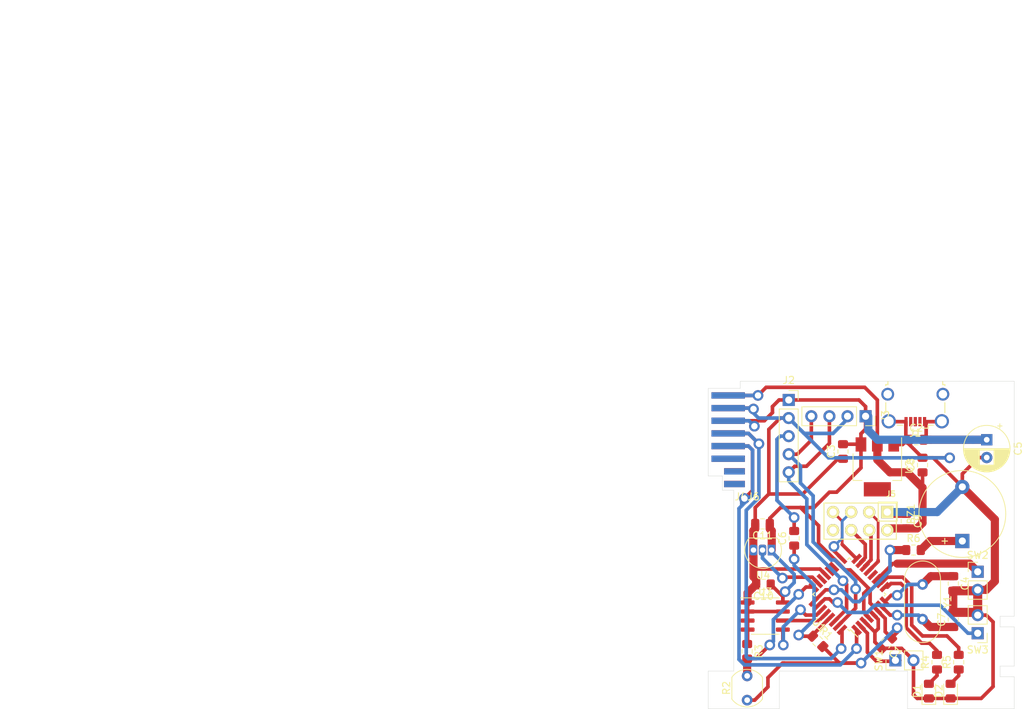
<source format=kicad_pcb>
(kicad_pcb (version 20171130) (host pcbnew "(5.1.5)-3")

  (general
    (thickness 1.6)
    (drawings 36)
    (tracks 404)
    (zones 0)
    (modules 34)
    (nets 45)
  )

  (page A4)
  (layers
    (0 F.Cu signal)
    (31 B.Cu signal)
    (32 B.Adhes user)
    (33 F.Adhes user)
    (34 B.Paste user)
    (35 F.Paste user)
    (36 B.SilkS user)
    (37 F.SilkS user)
    (38 B.Mask user)
    (39 F.Mask user)
    (40 Dwgs.User user)
    (41 Cmts.User user)
    (42 Eco1.User user)
    (43 Eco2.User user)
    (44 Edge.Cuts user)
    (45 Margin user)
    (46 B.CrtYd user)
    (47 F.CrtYd user hide)
    (48 B.Fab user)
    (49 F.Fab user hide)
  )

  (setup
    (last_trace_width 0.508)
    (user_trace_width 0.254)
    (user_trace_width 0.381)
    (user_trace_width 0.508)
    (user_trace_width 1.143)
    (user_trace_width 1.27)
    (user_trace_width 2.54)
    (trace_clearance 0.2)
    (zone_clearance 0.508)
    (zone_45_only no)
    (trace_min 0.2)
    (via_size 0.8)
    (via_drill 0.4)
    (via_min_size 0.4)
    (via_min_drill 0.3)
    (user_via 1.5 0.9)
    (uvia_size 0.3)
    (uvia_drill 0.1)
    (uvias_allowed no)
    (uvia_min_size 0.2)
    (uvia_min_drill 0.1)
    (edge_width 0.05)
    (segment_width 0.2)
    (pcb_text_width 0.3)
    (pcb_text_size 1.5 1.5)
    (mod_edge_width 0.12)
    (mod_text_size 1 1)
    (mod_text_width 0.15)
    (pad_size 1.524 1.524)
    (pad_drill 0.762)
    (pad_to_mask_clearance 0.051)
    (solder_mask_min_width 0.25)
    (aux_axis_origin 0 0)
    (visible_elements 7FFFFFFF)
    (pcbplotparams
      (layerselection 0x010fc_ffffffff)
      (usegerberextensions false)
      (usegerberattributes false)
      (usegerberadvancedattributes false)
      (creategerberjobfile false)
      (excludeedgelayer true)
      (linewidth 0.100000)
      (plotframeref false)
      (viasonmask false)
      (mode 1)
      (useauxorigin false)
      (hpglpennumber 1)
      (hpglpenspeed 20)
      (hpglpendiameter 15.000000)
      (psnegative false)
      (psa4output false)
      (plotreference true)
      (plotvalue true)
      (plotinvisibletext false)
      (padsonsilk false)
      (subtractmaskfromsilk false)
      (outputformat 1)
      (mirror false)
      (drillshape 1)
      (scaleselection 1)
      (outputdirectory ""))
  )

  (net 0 "")
  (net 1 "Net-(BZ1-Pad1)")
  (net 2 GND)
  (net 3 5V)
  (net 4 "Net-(D2-Pad2)")
  (net 5 PD1_D1_TX)
  (net 6 PD0_D0_RX)
  (net 7 PB5_D13_SCK)
  (net 8 PD2_D2)
  (net 9 PC0_A0)
  (net 10 PD5_D5_PWM)
  (net 11 PD4_D4)
  (net 12 PD6_D6_PWM)
  (net 13 PB3_D11_PWM_MOSI)
  (net 14 PD7_D7)
  (net 15 PB0_D8)
  (net 16 PB1_D9_PWM)
  (net 17 PB4_D12_MISO)
  (net 18 PD3_D3_PWM)
  (net 19 PC1_A1)
  (net 20 PC2_A2)
  (net 21 ATM_SDA_A4)
  (net 22 ATM_SCL_A5)
  (net 23 ADC7_A7)
  (net 24 ADC6_A6)
  (net 25 PC3_A3)
  (net 26 AREF)
  (net 27 "Net-(C6-Pad1)")
  (net 28 "Net-(D1-Pad2)")
  (net 29 PB2_D10_PWM)
  (net 30 3v3)
  (net 31 "Net-(J4-Pad6)")
  (net 32 "Net-(J4-Pad7)")
  (net 33 "Net-(J4-Pad8)")
  (net 34 "Net-(J6-Pad7)")
  (net 35 "Net-(J6-Pad8)")
  (net 36 "Net-(J6-Pad6)")
  (net 37 "Net-(J5-Pad8)")
  (net 38 "Net-(J1-Pad2)")
  (net 39 "Net-(J1-Pad3)")
  (net 40 "Net-(J1-Pad4)")
  (net 41 "Net-(J1-Pad6)")
  (net 42 "Net-(C4-Pad1)")
  (net 43 "Net-(C6-Pad2)")
  (net 44 "Net-(C7-Pad1)")

  (net_class Default "Esta é a classe de rede padrão."
    (clearance 0.2)
    (trace_width 0.25)
    (via_dia 0.8)
    (via_drill 0.4)
    (uvia_dia 0.3)
    (uvia_drill 0.1)
    (add_net 3v3)
    (add_net 5V)
    (add_net ADC6_A6)
    (add_net ADC7_A7)
    (add_net AREF)
    (add_net ATM_SCL_A5)
    (add_net ATM_SDA_A4)
    (add_net GND)
    (add_net "Net-(BZ1-Pad1)")
    (add_net "Net-(C4-Pad1)")
    (add_net "Net-(C6-Pad1)")
    (add_net "Net-(C6-Pad2)")
    (add_net "Net-(C7-Pad1)")
    (add_net "Net-(D1-Pad2)")
    (add_net "Net-(D2-Pad2)")
    (add_net "Net-(J1-Pad2)")
    (add_net "Net-(J1-Pad3)")
    (add_net "Net-(J1-Pad4)")
    (add_net "Net-(J1-Pad6)")
    (add_net "Net-(J4-Pad6)")
    (add_net "Net-(J4-Pad7)")
    (add_net "Net-(J4-Pad8)")
    (add_net "Net-(J5-Pad8)")
    (add_net "Net-(J6-Pad6)")
    (add_net "Net-(J6-Pad7)")
    (add_net "Net-(J6-Pad8)")
    (add_net PB0_D8)
    (add_net PB1_D9_PWM)
    (add_net PB2_D10_PWM)
    (add_net PB3_D11_PWM_MOSI)
    (add_net PB4_D12_MISO)
    (add_net PB5_D13_SCK)
    (add_net PC0_A0)
    (add_net PC1_A1)
    (add_net PC2_A2)
    (add_net PC3_A3)
    (add_net PD0_D0_RX)
    (add_net PD1_D1_TX)
    (add_net PD2_D2)
    (add_net PD3_D3_PWM)
    (add_net PD4_D4)
    (add_net PD5_D5_PWM)
    (add_net PD6_D6_PWM)
    (add_net PD7_D7)
  )

  (module Custom:CONEXAO_RMMINI3_BOT locked (layer F.Cu) (tedit 5F1B1ABC) (tstamp 5F1B6181)
    (at 131.318 82.55 180)
    (path /5F1B7837)
    (fp_text reference J6 (at -3.556 -14.224) (layer F.SilkS)
      (effects (font (size 1 1) (thickness 0.15)))
    )
    (fp_text value "Conexão PCI BOT" (at 3.556 8.001 270) (layer F.Fab) hide
      (effects (font (size 1 1) (thickness 0.15)))
    )
    (pad 8 smd rect (at -0.889 -12.446) (size 2.921 0.889) (layers B.Cu B.Paste B.Mask)
      (net 35 "Net-(J6-Pad8)"))
    (pad 7 smd rect (at -0.889 -10.668) (size 2.921 0.889) (layers B.Cu B.Paste B.Mask)
      (net 34 "Net-(J6-Pad7)"))
    (pad 6 smd rect (at 0 -8.89) (size 4.699 0.889) (layers B.Cu B.Paste B.Mask)
      (net 36 "Net-(J6-Pad6)"))
    (pad 5 smd rect (at 0 -7.112) (size 4.699 0.889) (layers B.Cu B.Paste B.Mask)
      (net 18 PD3_D3_PWM))
    (pad 4 smd rect (at 0 -5.334) (size 4.699 0.889) (layers B.Cu B.Paste B.Mask)
      (net 8 PD2_D2))
    (pad 3 smd rect (at 0 -3.556) (size 4.699 0.889) (layers B.Cu B.Paste B.Mask)
      (net 3 5V))
    (pad 2 smd rect (at 0 -1.778) (size 4.699 0.889) (layers B.Cu B.Paste B.Mask)
      (net 2 GND))
    (pad 1 smd rect (at 0 0) (size 4.699 0.889) (layers B.Cu B.Paste B.Mask)
      (net 30 3v3))
  )

  (module Custom:CONEXAO_RMMINI3_TOP locked (layer F.Cu) (tedit 5F1AFD41) (tstamp 5F1B9154)
    (at 131.318 82.55)
    (path /5F1B2E75)
    (fp_text reference J4 (at 1.778 14.224) (layer F.SilkS)
      (effects (font (size 1 1) (thickness 0.15)))
    )
    (fp_text value "Conexão PCI TOP" (at 3.556 6.223 90) (layer F.Fab) hide
      (effects (font (size 1 1) (thickness 0.15)))
    )
    (pad 1 smd rect (at 0 0) (size 4.699 0.889) (layers F.Cu F.Paste F.Mask)
      (net 30 3v3))
    (pad 2 smd rect (at 0 1.778) (size 4.699 0.889) (layers F.Cu F.Paste F.Mask)
      (net 2 GND))
    (pad 3 smd rect (at 0 3.556) (size 4.699 0.889) (layers F.Cu F.Paste F.Mask)
      (net 3 5V))
    (pad 4 smd rect (at 0 5.334) (size 4.699 0.889) (layers F.Cu F.Paste F.Mask)
      (net 8 PD2_D2))
    (pad 5 smd rect (at 0 7.112) (size 4.699 0.889) (layers F.Cu F.Paste F.Mask)
      (net 18 PD3_D3_PWM))
    (pad 6 smd rect (at 0 8.89) (size 4.699 0.889) (layers F.Cu F.Paste F.Mask)
      (net 31 "Net-(J4-Pad6)"))
    (pad 7 smd rect (at 0.889 10.6553) (size 2.921 0.889) (layers F.Cu F.Paste F.Mask)
      (net 32 "Net-(J4-Pad7)"))
    (pad 8 smd rect (at 0.889 12.4333) (size 2.921 0.889) (layers F.Cu F.Paste F.Mask)
      (net 33 "Net-(J4-Pad8)"))
  )

  (module Buzzer_Beeper:Buzzer_12x9.5RM7.6 (layer F.Cu) (tedit 5A030281) (tstamp 5F1BA005)
    (at 164.211 102.997 90)
    (descr "Generic Buzzer, D12mm height 9.5mm with RM7.6mm")
    (tags buzzer)
    (path /5D217F88)
    (fp_text reference BZ1 (at 3.8 -7.2 90) (layer F.SilkS)
      (effects (font (size 1 1) (thickness 0.15)))
    )
    (fp_text value Buzzer (at 3.8 7.4 90) (layer F.Fab)
      (effects (font (size 1 1) (thickness 0.15)))
    )
    (fp_text user + (at -0.01 -2.54 90) (layer F.Fab)
      (effects (font (size 1 1) (thickness 0.15)))
    )
    (fp_text user + (at -0.01 -2.54 90) (layer F.SilkS)
      (effects (font (size 1 1) (thickness 0.15)))
    )
    (fp_text user %R (at 3.8 -4 90) (layer F.Fab)
      (effects (font (size 1 1) (thickness 0.15)))
    )
    (fp_circle (center 3.8 0) (end 10.05 0) (layer F.CrtYd) (width 0.05))
    (fp_circle (center 3.8 0) (end 9.8 0) (layer F.Fab) (width 0.1))
    (fp_circle (center 3.8 0) (end 4.8 0) (layer F.Fab) (width 0.1))
    (fp_circle (center 3.8 0) (end 9.9 0) (layer F.SilkS) (width 0.12))
    (pad 1 thru_hole rect (at 0 0 90) (size 2 2) (drill 1) (layers *.Cu *.Mask)
      (net 1 "Net-(BZ1-Pad1)"))
    (pad 2 thru_hole circle (at 7.6 0 90) (size 2 2) (drill 1) (layers *.Cu *.Mask)
      (net 2 GND))
    (model ${KISYS3DMOD}/Buzzer_Beeper.3dshapes/Buzzer_12x9.5RM7.6.wrl
      (at (xyz 0 0 0))
      (scale (xyz 1 1 1))
      (rotate (xyz 0 0 0))
    )
  )

  (module Capacitor_SMD:C_0805_2012Metric_Pad1.15x1.40mm_HandSolder (layer F.Cu) (tedit 5B36C52B) (tstamp 5F1BA016)
    (at 153.543 117.348 45)
    (descr "Capacitor SMD 0805 (2012 Metric), square (rectangular) end terminal, IPC_7351 nominal with elongated pad for handsoldering. (Body size source: https://docs.google.com/spreadsheets/d/1BsfQQcO9C6DZCsRaXUlFlo91Tg2WpOkGARC1WS5S8t0/edit?usp=sharing), generated with kicad-footprint-generator")
    (tags "capacitor handsolder")
    (path /5CF67B3B)
    (attr smd)
    (fp_text reference C1 (at 0 1.796051 45) (layer F.SilkS)
      (effects (font (size 1 1) (thickness 0.15)))
    )
    (fp_text value 100nF (at 0 1.65 45) (layer F.Fab)
      (effects (font (size 1 1) (thickness 0.15)))
    )
    (fp_line (start -1 0.6) (end -1 -0.6) (layer F.Fab) (width 0.1))
    (fp_line (start -1 -0.6) (end 1 -0.6) (layer F.Fab) (width 0.1))
    (fp_line (start 1 -0.6) (end 1 0.6) (layer F.Fab) (width 0.1))
    (fp_line (start 1 0.6) (end -1 0.6) (layer F.Fab) (width 0.1))
    (fp_line (start -0.261252 -0.71) (end 0.261252 -0.71) (layer F.SilkS) (width 0.12))
    (fp_line (start -0.261252 0.71) (end 0.261252 0.71) (layer F.SilkS) (width 0.12))
    (fp_line (start -1.85 0.95) (end -1.85 -0.95) (layer F.CrtYd) (width 0.05))
    (fp_line (start -1.85 -0.95) (end 1.85 -0.95) (layer F.CrtYd) (width 0.05))
    (fp_line (start 1.85 -0.95) (end 1.85 0.95) (layer F.CrtYd) (width 0.05))
    (fp_line (start 1.85 0.95) (end -1.85 0.95) (layer F.CrtYd) (width 0.05))
    (fp_text user %R (at 0 0 45) (layer F.Fab)
      (effects (font (size 0.5 0.5) (thickness 0.08)))
    )
    (pad 1 smd roundrect (at -1.025 0 45) (size 1.15 1.4) (layers F.Cu F.Paste F.Mask) (roundrect_rratio 0.217391)
      (net 2 GND))
    (pad 2 smd roundrect (at 1.025 0 45) (size 1.15 1.4) (layers F.Cu F.Paste F.Mask) (roundrect_rratio 0.217391)
      (net 3 5V))
    (model ${KISYS3DMOD}/Capacitor_SMD.3dshapes/C_0805_2012Metric.wrl
      (at (xyz 0 0 0))
      (scale (xyz 1 1 1))
      (rotate (xyz 0 0 0))
    )
  )

  (module Capacitor_SMD:C_0805_2012Metric_Pad1.15x1.40mm_HandSolder (layer F.Cu) (tedit 5B36C52B) (tstamp 5F1BA027)
    (at 147.447 90.424 90)
    (descr "Capacitor SMD 0805 (2012 Metric), square (rectangular) end terminal, IPC_7351 nominal with elongated pad for handsoldering. (Body size source: https://docs.google.com/spreadsheets/d/1BsfQQcO9C6DZCsRaXUlFlo91Tg2WpOkGARC1WS5S8t0/edit?usp=sharing), generated with kicad-footprint-generator")
    (tags "capacitor handsolder")
    (path /5D1A3C7E)
    (attr smd)
    (fp_text reference C3 (at 0 -1.65 90) (layer F.SilkS)
      (effects (font (size 1 1) (thickness 0.15)))
    )
    (fp_text value 100nF (at 0 1.65 90) (layer F.Fab)
      (effects (font (size 1 1) (thickness 0.15)))
    )
    (fp_line (start -1 0.6) (end -1 -0.6) (layer F.Fab) (width 0.1))
    (fp_line (start -1 -0.6) (end 1 -0.6) (layer F.Fab) (width 0.1))
    (fp_line (start 1 -0.6) (end 1 0.6) (layer F.Fab) (width 0.1))
    (fp_line (start 1 0.6) (end -1 0.6) (layer F.Fab) (width 0.1))
    (fp_line (start -0.261252 -0.71) (end 0.261252 -0.71) (layer F.SilkS) (width 0.12))
    (fp_line (start -0.261252 0.71) (end 0.261252 0.71) (layer F.SilkS) (width 0.12))
    (fp_line (start -1.85 0.95) (end -1.85 -0.95) (layer F.CrtYd) (width 0.05))
    (fp_line (start -1.85 -0.95) (end 1.85 -0.95) (layer F.CrtYd) (width 0.05))
    (fp_line (start 1.85 -0.95) (end 1.85 0.95) (layer F.CrtYd) (width 0.05))
    (fp_line (start 1.85 0.95) (end -1.85 0.95) (layer F.CrtYd) (width 0.05))
    (fp_text user %R (at 0 0 90) (layer F.Fab)
      (effects (font (size 0.5 0.5) (thickness 0.08)))
    )
    (pad 1 smd roundrect (at -1.025 0 90) (size 1.15 1.4) (layers F.Cu F.Paste F.Mask) (roundrect_rratio 0.217391)
      (net 2 GND))
    (pad 2 smd roundrect (at 1.025 0 90) (size 1.15 1.4) (layers F.Cu F.Paste F.Mask) (roundrect_rratio 0.217391)
      (net 3 5V))
    (model ${KISYS3DMOD}/Capacitor_SMD.3dshapes/C_0805_2012Metric.wrl
      (at (xyz 0 0 0))
      (scale (xyz 1 1 1))
      (rotate (xyz 0 0 0))
    )
  )

  (module Capacitor_SMD:C_0805_2012Metric_Pad1.15x1.40mm_HandSolder (layer F.Cu) (tedit 5B36C52B) (tstamp 5F1BA038)
    (at 162.941 108.966 270)
    (descr "Capacitor SMD 0805 (2012 Metric), square (rectangular) end terminal, IPC_7351 nominal with elongated pad for handsoldering. (Body size source: https://docs.google.com/spreadsheets/d/1BsfQQcO9C6DZCsRaXUlFlo91Tg2WpOkGARC1WS5S8t0/edit?usp=sharing), generated with kicad-footprint-generator")
    (tags "capacitor handsolder")
    (path /5CF8936A)
    (attr smd)
    (fp_text reference C4 (at 0 -1.65 90) (layer F.SilkS)
      (effects (font (size 1 1) (thickness 0.15)))
    )
    (fp_text value 22pF (at 0 1.65 90) (layer F.Fab)
      (effects (font (size 1 1) (thickness 0.15)))
    )
    (fp_line (start -1 0.6) (end -1 -0.6) (layer F.Fab) (width 0.1))
    (fp_line (start -1 -0.6) (end 1 -0.6) (layer F.Fab) (width 0.1))
    (fp_line (start 1 -0.6) (end 1 0.6) (layer F.Fab) (width 0.1))
    (fp_line (start 1 0.6) (end -1 0.6) (layer F.Fab) (width 0.1))
    (fp_line (start -0.261252 -0.71) (end 0.261252 -0.71) (layer F.SilkS) (width 0.12))
    (fp_line (start -0.261252 0.71) (end 0.261252 0.71) (layer F.SilkS) (width 0.12))
    (fp_line (start -1.85 0.95) (end -1.85 -0.95) (layer F.CrtYd) (width 0.05))
    (fp_line (start -1.85 -0.95) (end 1.85 -0.95) (layer F.CrtYd) (width 0.05))
    (fp_line (start 1.85 -0.95) (end 1.85 0.95) (layer F.CrtYd) (width 0.05))
    (fp_line (start 1.85 0.95) (end -1.85 0.95) (layer F.CrtYd) (width 0.05))
    (fp_text user %R (at 0 0 90) (layer F.Fab)
      (effects (font (size 0.5 0.5) (thickness 0.08)))
    )
    (pad 1 smd roundrect (at -1.025 0 270) (size 1.15 1.4) (layers F.Cu F.Paste F.Mask) (roundrect_rratio 0.217391)
      (net 42 "Net-(C4-Pad1)"))
    (pad 2 smd roundrect (at 1.025 0 270) (size 1.15 1.4) (layers F.Cu F.Paste F.Mask) (roundrect_rratio 0.217391)
      (net 2 GND))
    (model ${KISYS3DMOD}/Capacitor_SMD.3dshapes/C_0805_2012Metric.wrl
      (at (xyz 0 0 0))
      (scale (xyz 1 1 1))
      (rotate (xyz 0 0 0))
    )
  )

  (module Capacitor_THT:CP_Radial_D6.3mm_P2.50mm (layer F.Cu) (tedit 5AE50EF0) (tstamp 5F1BA0CC)
    (at 167.64 88.773 270)
    (descr "CP, Radial series, Radial, pin pitch=2.50mm, , diameter=6.3mm, Electrolytic Capacitor")
    (tags "CP Radial series Radial pin pitch 2.50mm  diameter 6.3mm Electrolytic Capacitor")
    (path /5D1A3C78)
    (fp_text reference C5 (at 1.25 -4.4 90) (layer F.SilkS)
      (effects (font (size 1 1) (thickness 0.15)))
    )
    (fp_text value 100uF/16V (at 1.25 4.4 90) (layer F.Fab)
      (effects (font (size 1 1) (thickness 0.15)))
    )
    (fp_circle (center 1.25 0) (end 4.4 0) (layer F.Fab) (width 0.1))
    (fp_circle (center 1.25 0) (end 4.52 0) (layer F.SilkS) (width 0.12))
    (fp_circle (center 1.25 0) (end 4.65 0) (layer F.CrtYd) (width 0.05))
    (fp_line (start -1.443972 -1.3735) (end -0.813972 -1.3735) (layer F.Fab) (width 0.1))
    (fp_line (start -1.128972 -1.6885) (end -1.128972 -1.0585) (layer F.Fab) (width 0.1))
    (fp_line (start 1.25 -3.23) (end 1.25 3.23) (layer F.SilkS) (width 0.12))
    (fp_line (start 1.29 -3.23) (end 1.29 3.23) (layer F.SilkS) (width 0.12))
    (fp_line (start 1.33 -3.23) (end 1.33 3.23) (layer F.SilkS) (width 0.12))
    (fp_line (start 1.37 -3.228) (end 1.37 3.228) (layer F.SilkS) (width 0.12))
    (fp_line (start 1.41 -3.227) (end 1.41 3.227) (layer F.SilkS) (width 0.12))
    (fp_line (start 1.45 -3.224) (end 1.45 3.224) (layer F.SilkS) (width 0.12))
    (fp_line (start 1.49 -3.222) (end 1.49 -1.04) (layer F.SilkS) (width 0.12))
    (fp_line (start 1.49 1.04) (end 1.49 3.222) (layer F.SilkS) (width 0.12))
    (fp_line (start 1.53 -3.218) (end 1.53 -1.04) (layer F.SilkS) (width 0.12))
    (fp_line (start 1.53 1.04) (end 1.53 3.218) (layer F.SilkS) (width 0.12))
    (fp_line (start 1.57 -3.215) (end 1.57 -1.04) (layer F.SilkS) (width 0.12))
    (fp_line (start 1.57 1.04) (end 1.57 3.215) (layer F.SilkS) (width 0.12))
    (fp_line (start 1.61 -3.211) (end 1.61 -1.04) (layer F.SilkS) (width 0.12))
    (fp_line (start 1.61 1.04) (end 1.61 3.211) (layer F.SilkS) (width 0.12))
    (fp_line (start 1.65 -3.206) (end 1.65 -1.04) (layer F.SilkS) (width 0.12))
    (fp_line (start 1.65 1.04) (end 1.65 3.206) (layer F.SilkS) (width 0.12))
    (fp_line (start 1.69 -3.201) (end 1.69 -1.04) (layer F.SilkS) (width 0.12))
    (fp_line (start 1.69 1.04) (end 1.69 3.201) (layer F.SilkS) (width 0.12))
    (fp_line (start 1.73 -3.195) (end 1.73 -1.04) (layer F.SilkS) (width 0.12))
    (fp_line (start 1.73 1.04) (end 1.73 3.195) (layer F.SilkS) (width 0.12))
    (fp_line (start 1.77 -3.189) (end 1.77 -1.04) (layer F.SilkS) (width 0.12))
    (fp_line (start 1.77 1.04) (end 1.77 3.189) (layer F.SilkS) (width 0.12))
    (fp_line (start 1.81 -3.182) (end 1.81 -1.04) (layer F.SilkS) (width 0.12))
    (fp_line (start 1.81 1.04) (end 1.81 3.182) (layer F.SilkS) (width 0.12))
    (fp_line (start 1.85 -3.175) (end 1.85 -1.04) (layer F.SilkS) (width 0.12))
    (fp_line (start 1.85 1.04) (end 1.85 3.175) (layer F.SilkS) (width 0.12))
    (fp_line (start 1.89 -3.167) (end 1.89 -1.04) (layer F.SilkS) (width 0.12))
    (fp_line (start 1.89 1.04) (end 1.89 3.167) (layer F.SilkS) (width 0.12))
    (fp_line (start 1.93 -3.159) (end 1.93 -1.04) (layer F.SilkS) (width 0.12))
    (fp_line (start 1.93 1.04) (end 1.93 3.159) (layer F.SilkS) (width 0.12))
    (fp_line (start 1.971 -3.15) (end 1.971 -1.04) (layer F.SilkS) (width 0.12))
    (fp_line (start 1.971 1.04) (end 1.971 3.15) (layer F.SilkS) (width 0.12))
    (fp_line (start 2.011 -3.141) (end 2.011 -1.04) (layer F.SilkS) (width 0.12))
    (fp_line (start 2.011 1.04) (end 2.011 3.141) (layer F.SilkS) (width 0.12))
    (fp_line (start 2.051 -3.131) (end 2.051 -1.04) (layer F.SilkS) (width 0.12))
    (fp_line (start 2.051 1.04) (end 2.051 3.131) (layer F.SilkS) (width 0.12))
    (fp_line (start 2.091 -3.121) (end 2.091 -1.04) (layer F.SilkS) (width 0.12))
    (fp_line (start 2.091 1.04) (end 2.091 3.121) (layer F.SilkS) (width 0.12))
    (fp_line (start 2.131 -3.11) (end 2.131 -1.04) (layer F.SilkS) (width 0.12))
    (fp_line (start 2.131 1.04) (end 2.131 3.11) (layer F.SilkS) (width 0.12))
    (fp_line (start 2.171 -3.098) (end 2.171 -1.04) (layer F.SilkS) (width 0.12))
    (fp_line (start 2.171 1.04) (end 2.171 3.098) (layer F.SilkS) (width 0.12))
    (fp_line (start 2.211 -3.086) (end 2.211 -1.04) (layer F.SilkS) (width 0.12))
    (fp_line (start 2.211 1.04) (end 2.211 3.086) (layer F.SilkS) (width 0.12))
    (fp_line (start 2.251 -3.074) (end 2.251 -1.04) (layer F.SilkS) (width 0.12))
    (fp_line (start 2.251 1.04) (end 2.251 3.074) (layer F.SilkS) (width 0.12))
    (fp_line (start 2.291 -3.061) (end 2.291 -1.04) (layer F.SilkS) (width 0.12))
    (fp_line (start 2.291 1.04) (end 2.291 3.061) (layer F.SilkS) (width 0.12))
    (fp_line (start 2.331 -3.047) (end 2.331 -1.04) (layer F.SilkS) (width 0.12))
    (fp_line (start 2.331 1.04) (end 2.331 3.047) (layer F.SilkS) (width 0.12))
    (fp_line (start 2.371 -3.033) (end 2.371 -1.04) (layer F.SilkS) (width 0.12))
    (fp_line (start 2.371 1.04) (end 2.371 3.033) (layer F.SilkS) (width 0.12))
    (fp_line (start 2.411 -3.018) (end 2.411 -1.04) (layer F.SilkS) (width 0.12))
    (fp_line (start 2.411 1.04) (end 2.411 3.018) (layer F.SilkS) (width 0.12))
    (fp_line (start 2.451 -3.002) (end 2.451 -1.04) (layer F.SilkS) (width 0.12))
    (fp_line (start 2.451 1.04) (end 2.451 3.002) (layer F.SilkS) (width 0.12))
    (fp_line (start 2.491 -2.986) (end 2.491 -1.04) (layer F.SilkS) (width 0.12))
    (fp_line (start 2.491 1.04) (end 2.491 2.986) (layer F.SilkS) (width 0.12))
    (fp_line (start 2.531 -2.97) (end 2.531 -1.04) (layer F.SilkS) (width 0.12))
    (fp_line (start 2.531 1.04) (end 2.531 2.97) (layer F.SilkS) (width 0.12))
    (fp_line (start 2.571 -2.952) (end 2.571 -1.04) (layer F.SilkS) (width 0.12))
    (fp_line (start 2.571 1.04) (end 2.571 2.952) (layer F.SilkS) (width 0.12))
    (fp_line (start 2.611 -2.934) (end 2.611 -1.04) (layer F.SilkS) (width 0.12))
    (fp_line (start 2.611 1.04) (end 2.611 2.934) (layer F.SilkS) (width 0.12))
    (fp_line (start 2.651 -2.916) (end 2.651 -1.04) (layer F.SilkS) (width 0.12))
    (fp_line (start 2.651 1.04) (end 2.651 2.916) (layer F.SilkS) (width 0.12))
    (fp_line (start 2.691 -2.896) (end 2.691 -1.04) (layer F.SilkS) (width 0.12))
    (fp_line (start 2.691 1.04) (end 2.691 2.896) (layer F.SilkS) (width 0.12))
    (fp_line (start 2.731 -2.876) (end 2.731 -1.04) (layer F.SilkS) (width 0.12))
    (fp_line (start 2.731 1.04) (end 2.731 2.876) (layer F.SilkS) (width 0.12))
    (fp_line (start 2.771 -2.856) (end 2.771 -1.04) (layer F.SilkS) (width 0.12))
    (fp_line (start 2.771 1.04) (end 2.771 2.856) (layer F.SilkS) (width 0.12))
    (fp_line (start 2.811 -2.834) (end 2.811 -1.04) (layer F.SilkS) (width 0.12))
    (fp_line (start 2.811 1.04) (end 2.811 2.834) (layer F.SilkS) (width 0.12))
    (fp_line (start 2.851 -2.812) (end 2.851 -1.04) (layer F.SilkS) (width 0.12))
    (fp_line (start 2.851 1.04) (end 2.851 2.812) (layer F.SilkS) (width 0.12))
    (fp_line (start 2.891 -2.79) (end 2.891 -1.04) (layer F.SilkS) (width 0.12))
    (fp_line (start 2.891 1.04) (end 2.891 2.79) (layer F.SilkS) (width 0.12))
    (fp_line (start 2.931 -2.766) (end 2.931 -1.04) (layer F.SilkS) (width 0.12))
    (fp_line (start 2.931 1.04) (end 2.931 2.766) (layer F.SilkS) (width 0.12))
    (fp_line (start 2.971 -2.742) (end 2.971 -1.04) (layer F.SilkS) (width 0.12))
    (fp_line (start 2.971 1.04) (end 2.971 2.742) (layer F.SilkS) (width 0.12))
    (fp_line (start 3.011 -2.716) (end 3.011 -1.04) (layer F.SilkS) (width 0.12))
    (fp_line (start 3.011 1.04) (end 3.011 2.716) (layer F.SilkS) (width 0.12))
    (fp_line (start 3.051 -2.69) (end 3.051 -1.04) (layer F.SilkS) (width 0.12))
    (fp_line (start 3.051 1.04) (end 3.051 2.69) (layer F.SilkS) (width 0.12))
    (fp_line (start 3.091 -2.664) (end 3.091 -1.04) (layer F.SilkS) (width 0.12))
    (fp_line (start 3.091 1.04) (end 3.091 2.664) (layer F.SilkS) (width 0.12))
    (fp_line (start 3.131 -2.636) (end 3.131 -1.04) (layer F.SilkS) (width 0.12))
    (fp_line (start 3.131 1.04) (end 3.131 2.636) (layer F.SilkS) (width 0.12))
    (fp_line (start 3.171 -2.607) (end 3.171 -1.04) (layer F.SilkS) (width 0.12))
    (fp_line (start 3.171 1.04) (end 3.171 2.607) (layer F.SilkS) (width 0.12))
    (fp_line (start 3.211 -2.578) (end 3.211 -1.04) (layer F.SilkS) (width 0.12))
    (fp_line (start 3.211 1.04) (end 3.211 2.578) (layer F.SilkS) (width 0.12))
    (fp_line (start 3.251 -2.548) (end 3.251 -1.04) (layer F.SilkS) (width 0.12))
    (fp_line (start 3.251 1.04) (end 3.251 2.548) (layer F.SilkS) (width 0.12))
    (fp_line (start 3.291 -2.516) (end 3.291 -1.04) (layer F.SilkS) (width 0.12))
    (fp_line (start 3.291 1.04) (end 3.291 2.516) (layer F.SilkS) (width 0.12))
    (fp_line (start 3.331 -2.484) (end 3.331 -1.04) (layer F.SilkS) (width 0.12))
    (fp_line (start 3.331 1.04) (end 3.331 2.484) (layer F.SilkS) (width 0.12))
    (fp_line (start 3.371 -2.45) (end 3.371 -1.04) (layer F.SilkS) (width 0.12))
    (fp_line (start 3.371 1.04) (end 3.371 2.45) (layer F.SilkS) (width 0.12))
    (fp_line (start 3.411 -2.416) (end 3.411 -1.04) (layer F.SilkS) (width 0.12))
    (fp_line (start 3.411 1.04) (end 3.411 2.416) (layer F.SilkS) (width 0.12))
    (fp_line (start 3.451 -2.38) (end 3.451 -1.04) (layer F.SilkS) (width 0.12))
    (fp_line (start 3.451 1.04) (end 3.451 2.38) (layer F.SilkS) (width 0.12))
    (fp_line (start 3.491 -2.343) (end 3.491 -1.04) (layer F.SilkS) (width 0.12))
    (fp_line (start 3.491 1.04) (end 3.491 2.343) (layer F.SilkS) (width 0.12))
    (fp_line (start 3.531 -2.305) (end 3.531 -1.04) (layer F.SilkS) (width 0.12))
    (fp_line (start 3.531 1.04) (end 3.531 2.305) (layer F.SilkS) (width 0.12))
    (fp_line (start 3.571 -2.265) (end 3.571 2.265) (layer F.SilkS) (width 0.12))
    (fp_line (start 3.611 -2.224) (end 3.611 2.224) (layer F.SilkS) (width 0.12))
    (fp_line (start 3.651 -2.182) (end 3.651 2.182) (layer F.SilkS) (width 0.12))
    (fp_line (start 3.691 -2.137) (end 3.691 2.137) (layer F.SilkS) (width 0.12))
    (fp_line (start 3.731 -2.092) (end 3.731 2.092) (layer F.SilkS) (width 0.12))
    (fp_line (start 3.771 -2.044) (end 3.771 2.044) (layer F.SilkS) (width 0.12))
    (fp_line (start 3.811 -1.995) (end 3.811 1.995) (layer F.SilkS) (width 0.12))
    (fp_line (start 3.851 -1.944) (end 3.851 1.944) (layer F.SilkS) (width 0.12))
    (fp_line (start 3.891 -1.89) (end 3.891 1.89) (layer F.SilkS) (width 0.12))
    (fp_line (start 3.931 -1.834) (end 3.931 1.834) (layer F.SilkS) (width 0.12))
    (fp_line (start 3.971 -1.776) (end 3.971 1.776) (layer F.SilkS) (width 0.12))
    (fp_line (start 4.011 -1.714) (end 4.011 1.714) (layer F.SilkS) (width 0.12))
    (fp_line (start 4.051 -1.65) (end 4.051 1.65) (layer F.SilkS) (width 0.12))
    (fp_line (start 4.091 -1.581) (end 4.091 1.581) (layer F.SilkS) (width 0.12))
    (fp_line (start 4.131 -1.509) (end 4.131 1.509) (layer F.SilkS) (width 0.12))
    (fp_line (start 4.171 -1.432) (end 4.171 1.432) (layer F.SilkS) (width 0.12))
    (fp_line (start 4.211 -1.35) (end 4.211 1.35) (layer F.SilkS) (width 0.12))
    (fp_line (start 4.251 -1.262) (end 4.251 1.262) (layer F.SilkS) (width 0.12))
    (fp_line (start 4.291 -1.165) (end 4.291 1.165) (layer F.SilkS) (width 0.12))
    (fp_line (start 4.331 -1.059) (end 4.331 1.059) (layer F.SilkS) (width 0.12))
    (fp_line (start 4.371 -0.94) (end 4.371 0.94) (layer F.SilkS) (width 0.12))
    (fp_line (start 4.411 -0.802) (end 4.411 0.802) (layer F.SilkS) (width 0.12))
    (fp_line (start 4.451 -0.633) (end 4.451 0.633) (layer F.SilkS) (width 0.12))
    (fp_line (start 4.491 -0.402) (end 4.491 0.402) (layer F.SilkS) (width 0.12))
    (fp_line (start -2.250241 -1.839) (end -1.620241 -1.839) (layer F.SilkS) (width 0.12))
    (fp_line (start -1.935241 -2.154) (end -1.935241 -1.524) (layer F.SilkS) (width 0.12))
    (fp_text user %R (at 1.25 0 90) (layer F.Fab)
      (effects (font (size 1 1) (thickness 0.15)))
    )
    (pad 1 thru_hole rect (at 0 0 270) (size 1.6 1.6) (drill 0.8) (layers *.Cu *.Mask)
      (net 3 5V))
    (pad 2 thru_hole circle (at 2.5 0 270) (size 1.6 1.6) (drill 0.8) (layers *.Cu *.Mask)
      (net 2 GND))
    (model ${KISYS3DMOD}/Capacitor_THT.3dshapes/CP_Radial_D6.3mm_P2.50mm.wrl
      (at (xyz 0 0 0))
      (scale (xyz 1 1 1))
      (rotate (xyz 0 0 0))
    )
  )

  (module Capacitor_SMD:C_0805_2012Metric_Pad1.15x1.40mm_HandSolder (layer F.Cu) (tedit 5B36C52B) (tstamp 5F1BA0DD)
    (at 140.589 102.616 90)
    (descr "Capacitor SMD 0805 (2012 Metric), square (rectangular) end terminal, IPC_7351 nominal with elongated pad for handsoldering. (Body size source: https://docs.google.com/spreadsheets/d/1BsfQQcO9C6DZCsRaXUlFlo91Tg2WpOkGARC1WS5S8t0/edit?usp=sharing), generated with kicad-footprint-generator")
    (tags "capacitor handsolder")
    (path /5D2BCFF4)
    (attr smd)
    (fp_text reference C6 (at 0 -1.65 90) (layer F.SilkS)
      (effects (font (size 1 1) (thickness 0.15)))
    )
    (fp_text value 100nF (at 0 1.65 90) (layer F.Fab)
      (effects (font (size 1 1) (thickness 0.15)))
    )
    (fp_line (start -1 0.6) (end -1 -0.6) (layer F.Fab) (width 0.1))
    (fp_line (start -1 -0.6) (end 1 -0.6) (layer F.Fab) (width 0.1))
    (fp_line (start 1 -0.6) (end 1 0.6) (layer F.Fab) (width 0.1))
    (fp_line (start 1 0.6) (end -1 0.6) (layer F.Fab) (width 0.1))
    (fp_line (start -0.261252 -0.71) (end 0.261252 -0.71) (layer F.SilkS) (width 0.12))
    (fp_line (start -0.261252 0.71) (end 0.261252 0.71) (layer F.SilkS) (width 0.12))
    (fp_line (start -1.85 0.95) (end -1.85 -0.95) (layer F.CrtYd) (width 0.05))
    (fp_line (start -1.85 -0.95) (end 1.85 -0.95) (layer F.CrtYd) (width 0.05))
    (fp_line (start 1.85 -0.95) (end 1.85 0.95) (layer F.CrtYd) (width 0.05))
    (fp_line (start 1.85 0.95) (end -1.85 0.95) (layer F.CrtYd) (width 0.05))
    (fp_text user %R (at 0 0 90) (layer F.Fab)
      (effects (font (size 0.5 0.5) (thickness 0.08)))
    )
    (pad 1 smd roundrect (at -1.025 0 90) (size 1.15 1.4) (layers F.Cu F.Paste F.Mask) (roundrect_rratio 0.217391)
      (net 27 "Net-(C6-Pad1)"))
    (pad 2 smd roundrect (at 1.025 0 90) (size 1.15 1.4) (layers F.Cu F.Paste F.Mask) (roundrect_rratio 0.217391)
      (net 43 "Net-(C6-Pad2)"))
    (model ${KISYS3DMOD}/Capacitor_SMD.3dshapes/C_0805_2012Metric.wrl
      (at (xyz 0 0 0))
      (scale (xyz 1 1 1))
      (rotate (xyz 0 0 0))
    )
  )

  (module Capacitor_SMD:C_0805_2012Metric_Pad1.15x1.40mm_HandSolder (layer F.Cu) (tedit 5B36C52B) (tstamp 5F1BA0EE)
    (at 162.941 114.046 90)
    (descr "Capacitor SMD 0805 (2012 Metric), square (rectangular) end terminal, IPC_7351 nominal with elongated pad for handsoldering. (Body size source: https://docs.google.com/spreadsheets/d/1BsfQQcO9C6DZCsRaXUlFlo91Tg2WpOkGARC1WS5S8t0/edit?usp=sharing), generated with kicad-footprint-generator")
    (tags "capacitor handsolder")
    (path /5CF89F5F)
    (attr smd)
    (fp_text reference C7 (at 0 -1.65 90) (layer F.SilkS)
      (effects (font (size 1 1) (thickness 0.15)))
    )
    (fp_text value 22pF (at 0 1.65 90) (layer F.Fab)
      (effects (font (size 1 1) (thickness 0.15)))
    )
    (fp_line (start -1 0.6) (end -1 -0.6) (layer F.Fab) (width 0.1))
    (fp_line (start -1 -0.6) (end 1 -0.6) (layer F.Fab) (width 0.1))
    (fp_line (start 1 -0.6) (end 1 0.6) (layer F.Fab) (width 0.1))
    (fp_line (start 1 0.6) (end -1 0.6) (layer F.Fab) (width 0.1))
    (fp_line (start -0.261252 -0.71) (end 0.261252 -0.71) (layer F.SilkS) (width 0.12))
    (fp_line (start -0.261252 0.71) (end 0.261252 0.71) (layer F.SilkS) (width 0.12))
    (fp_line (start -1.85 0.95) (end -1.85 -0.95) (layer F.CrtYd) (width 0.05))
    (fp_line (start -1.85 -0.95) (end 1.85 -0.95) (layer F.CrtYd) (width 0.05))
    (fp_line (start 1.85 -0.95) (end 1.85 0.95) (layer F.CrtYd) (width 0.05))
    (fp_line (start 1.85 0.95) (end -1.85 0.95) (layer F.CrtYd) (width 0.05))
    (fp_text user %R (at 0 0 90) (layer F.Fab)
      (effects (font (size 0.5 0.5) (thickness 0.08)))
    )
    (pad 1 smd roundrect (at -1.025 0 90) (size 1.15 1.4) (layers F.Cu F.Paste F.Mask) (roundrect_rratio 0.217391)
      (net 44 "Net-(C7-Pad1)"))
    (pad 2 smd roundrect (at 1.025 0 90) (size 1.15 1.4) (layers F.Cu F.Paste F.Mask) (roundrect_rratio 0.217391)
      (net 2 GND))
    (model ${KISYS3DMOD}/Capacitor_SMD.3dshapes/C_0805_2012Metric.wrl
      (at (xyz 0 0 0))
      (scale (xyz 1 1 1))
      (rotate (xyz 0 0 0))
    )
  )

  (module Capacitor_SMD:C_0805_2012Metric_Pad1.15x1.40mm_HandSolder (layer F.Cu) (tedit 5B36C52B) (tstamp 5F1BA0FF)
    (at 158.623 92.329 90)
    (descr "Capacitor SMD 0805 (2012 Metric), square (rectangular) end terminal, IPC_7351 nominal with elongated pad for handsoldering. (Body size source: https://docs.google.com/spreadsheets/d/1BsfQQcO9C6DZCsRaXUlFlo91Tg2WpOkGARC1WS5S8t0/edit?usp=sharing), generated with kicad-footprint-generator")
    (tags "capacitor handsolder")
    (path /5F1DD4B5)
    (attr smd)
    (fp_text reference C8 (at 0 -1.65 90) (layer F.SilkS)
      (effects (font (size 1 1) (thickness 0.15)))
    )
    (fp_text value 100nF (at 0 1.65 90) (layer F.Fab)
      (effects (font (size 1 1) (thickness 0.15)))
    )
    (fp_text user %R (at 0 0 90) (layer F.Fab)
      (effects (font (size 0.5 0.5) (thickness 0.08)))
    )
    (fp_line (start 1.85 0.95) (end -1.85 0.95) (layer F.CrtYd) (width 0.05))
    (fp_line (start 1.85 -0.95) (end 1.85 0.95) (layer F.CrtYd) (width 0.05))
    (fp_line (start -1.85 -0.95) (end 1.85 -0.95) (layer F.CrtYd) (width 0.05))
    (fp_line (start -1.85 0.95) (end -1.85 -0.95) (layer F.CrtYd) (width 0.05))
    (fp_line (start -0.261252 0.71) (end 0.261252 0.71) (layer F.SilkS) (width 0.12))
    (fp_line (start -0.261252 -0.71) (end 0.261252 -0.71) (layer F.SilkS) (width 0.12))
    (fp_line (start 1 0.6) (end -1 0.6) (layer F.Fab) (width 0.1))
    (fp_line (start 1 -0.6) (end 1 0.6) (layer F.Fab) (width 0.1))
    (fp_line (start -1 -0.6) (end 1 -0.6) (layer F.Fab) (width 0.1))
    (fp_line (start -1 0.6) (end -1 -0.6) (layer F.Fab) (width 0.1))
    (pad 2 smd roundrect (at 1.025 0 90) (size 1.15 1.4) (layers F.Cu F.Paste F.Mask) (roundrect_rratio 0.217391)
      (net 2 GND))
    (pad 1 smd roundrect (at -1.025 0 90) (size 1.15 1.4) (layers F.Cu F.Paste F.Mask) (roundrect_rratio 0.217391)
      (net 30 3v3))
    (model ${KISYS3DMOD}/Capacitor_SMD.3dshapes/C_0805_2012Metric.wrl
      (at (xyz 0 0 0))
      (scale (xyz 1 1 1))
      (rotate (xyz 0 0 0))
    )
  )

  (module Capacitor_SMD:C_0805_2012Metric_Pad1.15x1.40mm_HandSolder (layer F.Cu) (tedit 5B36C52B) (tstamp 5F1BA110)
    (at 156.337 100.203 270)
    (descr "Capacitor SMD 0805 (2012 Metric), square (rectangular) end terminal, IPC_7351 nominal with elongated pad for handsoldering. (Body size source: https://docs.google.com/spreadsheets/d/1BsfQQcO9C6DZCsRaXUlFlo91Tg2WpOkGARC1WS5S8t0/edit?usp=sharing), generated with kicad-footprint-generator")
    (tags "capacitor handsolder")
    (path /5F1BD8E6)
    (attr smd)
    (fp_text reference C9 (at 0 -1.65 90) (layer F.SilkS)
      (effects (font (size 1 1) (thickness 0.15)))
    )
    (fp_text value 100nF (at 0 1.65 90) (layer F.Fab)
      (effects (font (size 1 1) (thickness 0.15)))
    )
    (fp_text user %R (at 0 0 90) (layer F.Fab)
      (effects (font (size 0.5 0.5) (thickness 0.08)))
    )
    (fp_line (start 1.85 0.95) (end -1.85 0.95) (layer F.CrtYd) (width 0.05))
    (fp_line (start 1.85 -0.95) (end 1.85 0.95) (layer F.CrtYd) (width 0.05))
    (fp_line (start -1.85 -0.95) (end 1.85 -0.95) (layer F.CrtYd) (width 0.05))
    (fp_line (start -1.85 0.95) (end -1.85 -0.95) (layer F.CrtYd) (width 0.05))
    (fp_line (start -0.261252 0.71) (end 0.261252 0.71) (layer F.SilkS) (width 0.12))
    (fp_line (start -0.261252 -0.71) (end 0.261252 -0.71) (layer F.SilkS) (width 0.12))
    (fp_line (start 1 0.6) (end -1 0.6) (layer F.Fab) (width 0.1))
    (fp_line (start 1 -0.6) (end 1 0.6) (layer F.Fab) (width 0.1))
    (fp_line (start -1 -0.6) (end 1 -0.6) (layer F.Fab) (width 0.1))
    (fp_line (start -1 0.6) (end -1 -0.6) (layer F.Fab) (width 0.1))
    (pad 2 smd roundrect (at 1.025 0 270) (size 1.15 1.4) (layers F.Cu F.Paste F.Mask) (roundrect_rratio 0.217391)
      (net 30 3v3))
    (pad 1 smd roundrect (at -1.025 0 270) (size 1.15 1.4) (layers F.Cu F.Paste F.Mask) (roundrect_rratio 0.217391)
      (net 2 GND))
    (model ${KISYS3DMOD}/Capacitor_SMD.3dshapes/C_0805_2012Metric.wrl
      (at (xyz 0 0 0))
      (scale (xyz 1 1 1))
      (rotate (xyz 0 0 0))
    )
  )

  (module Capacitor_SMD:C_0805_2012Metric_Pad1.15x1.40mm_HandSolder (layer F.Cu) (tedit 5B36C52B) (tstamp 5F1BA121)
    (at 136.271 109.093 180)
    (descr "Capacitor SMD 0805 (2012 Metric), square (rectangular) end terminal, IPC_7351 nominal with elongated pad for handsoldering. (Body size source: https://docs.google.com/spreadsheets/d/1BsfQQcO9C6DZCsRaXUlFlo91Tg2WpOkGARC1WS5S8t0/edit?usp=sharing), generated with kicad-footprint-generator")
    (tags "capacitor handsolder")
    (path /5F201D0A)
    (attr smd)
    (fp_text reference C10 (at 0 -1.65) (layer F.SilkS)
      (effects (font (size 1 1) (thickness 0.15)))
    )
    (fp_text value 100nF (at 0 1.65) (layer F.Fab)
      (effects (font (size 1 1) (thickness 0.15)))
    )
    (fp_text user %R (at 0 0) (layer F.Fab)
      (effects (font (size 0.5 0.5) (thickness 0.08)))
    )
    (fp_line (start 1.85 0.95) (end -1.85 0.95) (layer F.CrtYd) (width 0.05))
    (fp_line (start 1.85 -0.95) (end 1.85 0.95) (layer F.CrtYd) (width 0.05))
    (fp_line (start -1.85 -0.95) (end 1.85 -0.95) (layer F.CrtYd) (width 0.05))
    (fp_line (start -1.85 0.95) (end -1.85 -0.95) (layer F.CrtYd) (width 0.05))
    (fp_line (start -0.261252 0.71) (end 0.261252 0.71) (layer F.SilkS) (width 0.12))
    (fp_line (start -0.261252 -0.71) (end 0.261252 -0.71) (layer F.SilkS) (width 0.12))
    (fp_line (start 1 0.6) (end -1 0.6) (layer F.Fab) (width 0.1))
    (fp_line (start 1 -0.6) (end 1 0.6) (layer F.Fab) (width 0.1))
    (fp_line (start -1 -0.6) (end 1 -0.6) (layer F.Fab) (width 0.1))
    (fp_line (start -1 0.6) (end -1 -0.6) (layer F.Fab) (width 0.1))
    (pad 2 smd roundrect (at 1.025 0 180) (size 1.15 1.4) (layers F.Cu F.Paste F.Mask) (roundrect_rratio 0.217391)
      (net 2 GND))
    (pad 1 smd roundrect (at -1.025 0 180) (size 1.15 1.4) (layers F.Cu F.Paste F.Mask) (roundrect_rratio 0.217391)
      (net 3 5V))
    (model ${KISYS3DMOD}/Capacitor_SMD.3dshapes/C_0805_2012Metric.wrl
      (at (xyz 0 0 0))
      (scale (xyz 1 1 1))
      (rotate (xyz 0 0 0))
    )
  )

  (module Capacitor_SMD:C_0805_2012Metric_Pad1.15x1.40mm_HandSolder (layer F.Cu) (tedit 5B36C52B) (tstamp 5F1BA132)
    (at 136.144 100.584 180)
    (descr "Capacitor SMD 0805 (2012 Metric), square (rectangular) end terminal, IPC_7351 nominal with elongated pad for handsoldering. (Body size source: https://docs.google.com/spreadsheets/d/1BsfQQcO9C6DZCsRaXUlFlo91Tg2WpOkGARC1WS5S8t0/edit?usp=sharing), generated with kicad-footprint-generator")
    (tags "capacitor handsolder")
    (path /5F331D77)
    (attr smd)
    (fp_text reference C11 (at 0 -1.65) (layer F.SilkS)
      (effects (font (size 1 1) (thickness 0.15)))
    )
    (fp_text value 100nF (at 0 1.65) (layer F.Fab)
      (effects (font (size 1 1) (thickness 0.15)))
    )
    (fp_text user %R (at 0 0) (layer F.Fab)
      (effects (font (size 0.5 0.5) (thickness 0.08)))
    )
    (fp_line (start 1.85 0.95) (end -1.85 0.95) (layer F.CrtYd) (width 0.05))
    (fp_line (start 1.85 -0.95) (end 1.85 0.95) (layer F.CrtYd) (width 0.05))
    (fp_line (start -1.85 -0.95) (end 1.85 -0.95) (layer F.CrtYd) (width 0.05))
    (fp_line (start -1.85 0.95) (end -1.85 -0.95) (layer F.CrtYd) (width 0.05))
    (fp_line (start -0.261252 0.71) (end 0.261252 0.71) (layer F.SilkS) (width 0.12))
    (fp_line (start -0.261252 -0.71) (end 0.261252 -0.71) (layer F.SilkS) (width 0.12))
    (fp_line (start 1 0.6) (end -1 0.6) (layer F.Fab) (width 0.1))
    (fp_line (start 1 -0.6) (end 1 0.6) (layer F.Fab) (width 0.1))
    (fp_line (start -1 -0.6) (end 1 -0.6) (layer F.Fab) (width 0.1))
    (fp_line (start -1 0.6) (end -1 -0.6) (layer F.Fab) (width 0.1))
    (pad 2 smd roundrect (at 1.025 0 180) (size 1.15 1.4) (layers F.Cu F.Paste F.Mask) (roundrect_rratio 0.217391)
      (net 2 GND))
    (pad 1 smd roundrect (at -1.025 0 180) (size 1.15 1.4) (layers F.Cu F.Paste F.Mask) (roundrect_rratio 0.217391)
      (net 3 5V))
    (model ${KISYS3DMOD}/Capacitor_SMD.3dshapes/C_0805_2012Metric.wrl
      (at (xyz 0 0 0))
      (scale (xyz 1 1 1))
      (rotate (xyz 0 0 0))
    )
  )

  (module Connector_PinSocket_2.54mm:PinSocket_1x05_P2.54mm_Vertical (layer F.Cu) (tedit 5A19A420) (tstamp 5F1BA187)
    (at 139.827 83.185)
    (descr "Through hole straight socket strip, 1x05, 2.54mm pitch, single row (from Kicad 4.0.7), script generated")
    (tags "Through hole socket strip THT 1x05 2.54mm single row")
    (path /5F27F8EE)
    (fp_text reference J2 (at 0 -2.77) (layer F.SilkS)
      (effects (font (size 1 1) (thickness 0.15)))
    )
    (fp_text value Gravação (at 0 12.93) (layer F.Fab)
      (effects (font (size 1 1) (thickness 0.15)))
    )
    (fp_line (start -1.27 -1.27) (end 0.635 -1.27) (layer F.Fab) (width 0.1))
    (fp_line (start 0.635 -1.27) (end 1.27 -0.635) (layer F.Fab) (width 0.1))
    (fp_line (start 1.27 -0.635) (end 1.27 11.43) (layer F.Fab) (width 0.1))
    (fp_line (start 1.27 11.43) (end -1.27 11.43) (layer F.Fab) (width 0.1))
    (fp_line (start -1.27 11.43) (end -1.27 -1.27) (layer F.Fab) (width 0.1))
    (fp_line (start -1.33 1.27) (end 1.33 1.27) (layer F.SilkS) (width 0.12))
    (fp_line (start -1.33 1.27) (end -1.33 11.49) (layer F.SilkS) (width 0.12))
    (fp_line (start -1.33 11.49) (end 1.33 11.49) (layer F.SilkS) (width 0.12))
    (fp_line (start 1.33 1.27) (end 1.33 11.49) (layer F.SilkS) (width 0.12))
    (fp_line (start 1.33 -1.33) (end 1.33 0) (layer F.SilkS) (width 0.12))
    (fp_line (start 0 -1.33) (end 1.33 -1.33) (layer F.SilkS) (width 0.12))
    (fp_line (start -1.8 -1.8) (end 1.75 -1.8) (layer F.CrtYd) (width 0.05))
    (fp_line (start 1.75 -1.8) (end 1.75 11.9) (layer F.CrtYd) (width 0.05))
    (fp_line (start 1.75 11.9) (end -1.8 11.9) (layer F.CrtYd) (width 0.05))
    (fp_line (start -1.8 11.9) (end -1.8 -1.8) (layer F.CrtYd) (width 0.05))
    (fp_text user %R (at 0 5.08 90) (layer F.Fab)
      (effects (font (size 1 1) (thickness 0.15)))
    )
    (pad 1 thru_hole rect (at 0 0) (size 1.7 1.7) (drill 1) (layers *.Cu *.Mask)
      (net 3 5V))
    (pad 2 thru_hole oval (at 0 2.54) (size 1.7 1.7) (drill 1) (layers *.Cu *.Mask)
      (net 2 GND))
    (pad 3 thru_hole oval (at 0 5.08) (size 1.7 1.7) (drill 1) (layers *.Cu *.Mask)
      (net 43 "Net-(C6-Pad2)"))
    (pad 4 thru_hole oval (at 0 7.62) (size 1.7 1.7) (drill 1) (layers *.Cu *.Mask)
      (net 5 PD1_D1_TX))
    (pad 5 thru_hole oval (at 0 10.16) (size 1.7 1.7) (drill 1) (layers *.Cu *.Mask)
      (net 6 PD0_D0_RX))
    (model ${KISYS3DMOD}/Connector_PinSocket_2.54mm.3dshapes/PinSocket_1x05_P2.54mm_Vertical.wrl
      (at (xyz 0 0 0))
      (scale (xyz 1 1 1))
      (rotate (xyz 0 0 0))
    )
  )

  (module Connector_PinSocket_2.54mm:PinSocket_1x04_P2.54mm_Vertical (layer F.Cu) (tedit 5A19A429) (tstamp 5F1BA19F)
    (at 150.622 85.471 270)
    (descr "Through hole straight socket strip, 1x04, 2.54mm pitch, single row (from Kicad 4.0.7), script generated")
    (tags "Through hole socket strip THT 1x04 2.54mm single row")
    (path /5F1D4EB5)
    (fp_text reference J3 (at 0 -2.77 90) (layer F.SilkS)
      (effects (font (size 1 1) (thickness 0.15)))
    )
    (fp_text value Bluetooh (at 0 10.39 90) (layer F.Fab)
      (effects (font (size 1 1) (thickness 0.15)))
    )
    (fp_line (start -1.27 -1.27) (end 0.635 -1.27) (layer F.Fab) (width 0.1))
    (fp_line (start 0.635 -1.27) (end 1.27 -0.635) (layer F.Fab) (width 0.1))
    (fp_line (start 1.27 -0.635) (end 1.27 8.89) (layer F.Fab) (width 0.1))
    (fp_line (start 1.27 8.89) (end -1.27 8.89) (layer F.Fab) (width 0.1))
    (fp_line (start -1.27 8.89) (end -1.27 -1.27) (layer F.Fab) (width 0.1))
    (fp_line (start -1.33 1.27) (end 1.33 1.27) (layer F.SilkS) (width 0.12))
    (fp_line (start -1.33 1.27) (end -1.33 8.95) (layer F.SilkS) (width 0.12))
    (fp_line (start -1.33 8.95) (end 1.33 8.95) (layer F.SilkS) (width 0.12))
    (fp_line (start 1.33 1.27) (end 1.33 8.95) (layer F.SilkS) (width 0.12))
    (fp_line (start 1.33 -1.33) (end 1.33 0) (layer F.SilkS) (width 0.12))
    (fp_line (start 0 -1.33) (end 1.33 -1.33) (layer F.SilkS) (width 0.12))
    (fp_line (start -1.8 -1.8) (end 1.75 -1.8) (layer F.CrtYd) (width 0.05))
    (fp_line (start 1.75 -1.8) (end 1.75 9.4) (layer F.CrtYd) (width 0.05))
    (fp_line (start 1.75 9.4) (end -1.8 9.4) (layer F.CrtYd) (width 0.05))
    (fp_line (start -1.8 9.4) (end -1.8 -1.8) (layer F.CrtYd) (width 0.05))
    (fp_text user %R (at 0 3.81) (layer F.Fab)
      (effects (font (size 1 1) (thickness 0.15)))
    )
    (pad 1 thru_hole rect (at 0 0 270) (size 1.7 1.7) (drill 1) (layers *.Cu *.Mask)
      (net 3 5V))
    (pad 2 thru_hole oval (at 0 2.54 270) (size 1.7 1.7) (drill 1) (layers *.Cu *.Mask)
      (net 2 GND))
    (pad 3 thru_hole oval (at 0 5.08 270) (size 1.7 1.7) (drill 1) (layers *.Cu *.Mask)
      (net 6 PD0_D0_RX))
    (pad 4 thru_hole oval (at 0 7.62 270) (size 1.7 1.7) (drill 1) (layers *.Cu *.Mask)
      (net 5 PD1_D1_TX))
    (model ${KISYS3DMOD}/Connector_PinSocket_2.54mm.3dshapes/PinSocket_1x04_P2.54mm_Vertical.wrl
      (at (xyz 0 0 0))
      (scale (xyz 1 1 1))
      (rotate (xyz 0 0 0))
    )
  )

  (module Custom:NRF24L01_MOD (layer F.Cu) (tedit 5F1B203D) (tstamp 5F212127)
    (at 155.194 97.409)
    (descr NRF24L01)
    (tags "nRF 24 NRF24L01 NRF24L01+")
    (path /5F1B59C7)
    (fp_text reference J5 (at -1.016 -1.016) (layer F.SilkS)
      (effects (font (size 0.8 0.8) (thickness 0.16)))
    )
    (fp_text value Conn_02x04_Odd_Even (at -8.382 7.112) (layer F.Fab) hide
      (effects (font (size 0.8 0.8) (thickness 0.16)))
    )
    (fp_line (start -15.25 28.8) (end 0 28.8) (layer F.CrtYd) (width 0.15))
    (fp_line (start 0 28.8) (end 0 0) (layer F.CrtYd) (width 0.15))
    (fp_line (start 0 0) (end -15.25 0) (layer F.CrtYd) (width 0.15))
    (fp_line (start -15.25 0) (end -15.25 28.8) (layer F.CrtYd) (width 0.15))
    (fp_line (start -2.794 0.127) (end -0.127 0.127) (layer F.SilkS) (width 0.15))
    (fp_line (start -0.127 0.127) (end -0.127 2.794) (layer F.SilkS) (width 0.15))
    (fp_line (start 0 0) (end -15.25 0) (layer B.CrtYd) (width 0.15))
    (fp_line (start -15.25 0) (end -15.25 28.8) (layer B.CrtYd) (width 0.15))
    (fp_line (start -15.25 28.8) (end 0 28.8) (layer B.CrtYd) (width 0.15))
    (fp_line (start 0 28.8) (end 0 0) (layer B.CrtYd) (width 0.15))
    (fp_line (start -7.874 0.254) (end -10.414 0.254) (layer F.SilkS) (width 0.15))
    (fp_line (start -10.414 0.254) (end -10.414 2.794) (layer F.SilkS) (width 0.15))
    (fp_line (start -2.794 0.254) (end -2.794 2.794) (layer F.SilkS) (width 0.15))
    (fp_line (start -2.794 2.794) (end -0.254 2.794) (layer F.SilkS) (width 0.15))
    (fp_line (start -10.894 -0.226) (end -10.894 5.824) (layer F.CrtYd) (width 0.05))
    (fp_line (start 0.256 -0.226) (end 0.256 5.824) (layer F.CrtYd) (width 0.05))
    (fp_line (start -10.894 -0.226) (end 0.256 -0.226) (layer F.CrtYd) (width 0.05))
    (fp_line (start -10.894 5.824) (end 0.256 5.824) (layer F.CrtYd) (width 0.05))
    (fp_line (start -7.874 0.254) (end -0.254 0.254) (layer F.SilkS) (width 0.15))
    (fp_line (start -0.254 0.254) (end -0.254 5.334) (layer F.SilkS) (width 0.15))
    (fp_line (start -0.254 5.334) (end -10.414 5.334) (layer F.SilkS) (width 0.15))
    (fp_line (start -10.414 5.334) (end -10.414 2.794) (layer F.SilkS) (width 0.15))
    (pad 7 thru_hole oval (at -9.144 1.524) (size 1.7272 1.7272) (drill 1.016) (layers *.Cu *.Mask F.SilkS)
      (net 17 PB4_D12_MISO))
    (pad 8 thru_hole oval (at -9.144 4.064) (size 1.7272 1.7272) (drill 1.016) (layers *.Cu *.Mask F.SilkS)
      (net 37 "Net-(J5-Pad8)"))
    (pad 5 thru_hole oval (at -6.604 1.524) (size 1.7272 1.7272) (drill 1.016) (layers *.Cu *.Mask F.SilkS)
      (net 7 PB5_D13_SCK))
    (pad 6 thru_hole oval (at -6.604 4.064) (size 1.7272 1.7272) (drill 1.016) (layers *.Cu *.Mask F.SilkS)
      (net 13 PB3_D11_PWM_MOSI))
    (pad 3 thru_hole oval (at -4.064 1.524) (size 1.7272 1.7272) (drill 1.016) (layers *.Cu *.Mask F.SilkS)
      (net 16 PB1_D9_PWM))
    (pad 4 thru_hole oval (at -4.064 4.064) (size 1.7272 1.7272) (drill 1.016) (layers *.Cu *.Mask F.SilkS)
      (net 29 PB2_D10_PWM))
    (pad 1 thru_hole rect (at -1.524 1.524) (size 1.7272 1.7272) (drill 1.016) (layers *.Cu *.Mask F.SilkS)
      (net 2 GND))
    (pad 2 thru_hole oval (at -1.524 4.064) (size 1.7272 1.7272) (drill 1.016) (layers *.Cu *.Mask F.SilkS)
      (net 30 3v3))
    (model Socket_Strips.3dshapes/Socket_Strip_Straight_2x04_Pitch2.54mm.wrl
      (offset (xyz -5.333999919891357 -2.79399995803833 0))
      (scale (xyz 1 1 1))
      (rotate (xyz 0 0 0))
    )
    (model Pin_Headers.3dshapes/Pin_Header_Straight_2x04_Pitch2.54mm.wrl
      (offset (xyz -1.600199975967407 -4.038599939346313 11.22679983139038))
      (scale (xyz 1 1 1))
      (rotate (xyz 0 180 90))
    )
    (model ${MYSLOCAL}/mysensors.3dshapes/mysensors_radios.3dshapes/nrf24l01.wrl
      (offset (xyz -7.619999885559082 -14.40179978370666 12.06499981880188))
      (scale (xyz 0.395 0.395 0.395))
      (rotate (xyz 0 0 0))
    )
    (model Housings_DFN_QFN.3dshapes/QFN-20-1EP_4x4mm_Pitch0.5mm.wrl
      (offset (xyz -5.58799991607666 -12.95399980545044 12.92859980583191))
      (scale (xyz 1 1 1))
      (rotate (xyz 0 0 0))
    )
    (model ${MYSLOCAL}/mysensors.3dshapes/w.lain.3dshapes/crystal/crystal_hc-49s.wrl
      (offset (xyz -12.69999980926514 -12.06499981880188 12.95399980545044))
      (scale (xyz 1 1 1))
      (rotate (xyz 0 0 90))
    )
    (model ${KIPRJMOD}/Lib/Custom.3d/NRF24L01_MOD.STEP
      (offset (xyz -6.5 -14.75 4))
      (scale (xyz 1 1 1))
      (rotate (xyz -90 0 90))
    )
  )

  (module Resistor_SMD:R_0805_2012Metric_Pad1.15x1.40mm_HandSolder (layer F.Cu) (tedit 5B36C52B) (tstamp 5F1BA1D2)
    (at 143.891 117.094 315)
    (descr "Resistor SMD 0805 (2012 Metric), square (rectangular) end terminal, IPC_7351 nominal with elongated pad for handsoldering. (Body size source: https://docs.google.com/spreadsheets/d/1BsfQQcO9C6DZCsRaXUlFlo91Tg2WpOkGARC1WS5S8t0/edit?usp=sharing), generated with kicad-footprint-generator")
    (tags "resistor handsolder")
    (path /5CF7A74D)
    (attr smd)
    (fp_text reference R1 (at 0 -1.65 135) (layer F.SilkS)
      (effects (font (size 1 1) (thickness 0.15)))
    )
    (fp_text value 10K (at 0 1.65 135) (layer F.Fab)
      (effects (font (size 1 1) (thickness 0.15)))
    )
    (fp_line (start -1 0.6) (end -1 -0.6) (layer F.Fab) (width 0.1))
    (fp_line (start -1 -0.6) (end 1 -0.6) (layer F.Fab) (width 0.1))
    (fp_line (start 1 -0.6) (end 1 0.6) (layer F.Fab) (width 0.1))
    (fp_line (start 1 0.6) (end -1 0.6) (layer F.Fab) (width 0.1))
    (fp_line (start -0.261252 -0.71) (end 0.261252 -0.71) (layer F.SilkS) (width 0.12))
    (fp_line (start -0.261252 0.71) (end 0.261252 0.71) (layer F.SilkS) (width 0.12))
    (fp_line (start -1.85 0.95) (end -1.85 -0.95) (layer F.CrtYd) (width 0.05))
    (fp_line (start -1.85 -0.95) (end 1.85 -0.95) (layer F.CrtYd) (width 0.05))
    (fp_line (start 1.85 -0.95) (end 1.85 0.95) (layer F.CrtYd) (width 0.05))
    (fp_line (start 1.85 0.95) (end -1.85 0.95) (layer F.CrtYd) (width 0.05))
    (fp_text user %R (at 0 0 135) (layer F.Fab)
      (effects (font (size 0.5 0.5) (thickness 0.08)))
    )
    (pad 1 smd roundrect (at -1.025 0 315) (size 1.15 1.4) (layers F.Cu F.Paste F.Mask) (roundrect_rratio 0.217391)
      (net 27 "Net-(C6-Pad1)"))
    (pad 2 smd roundrect (at 1.025 0 315) (size 1.15 1.4) (layers F.Cu F.Paste F.Mask) (roundrect_rratio 0.217391)
      (net 3 5V))
    (model ${KISYS3DMOD}/Resistor_SMD.3dshapes/R_0805_2012Metric.wrl
      (at (xyz 0 0 0))
      (scale (xyz 1 1 1))
      (rotate (xyz 0 0 0))
    )
  )

  (module OptoDevice:R_LDR_5.1x4.3mm_P3.4mm_Vertical (layer F.Cu) (tedit 5B8603DB) (tstamp 5F261443)
    (at 133.985 125.349 90)
    (descr "Resistor, LDR 5.1x3.4mm, see http://yourduino.com/docs/Photoresistor-5516-datasheet.pdf")
    (tags "Resistor LDR5.1x3.4mm")
    (path /5D0ACED5)
    (fp_text reference R2 (at 1.7 -2.9 90) (layer F.SilkS)
      (effects (font (size 1 1) (thickness 0.15)))
    )
    (fp_text value LDR03 (at 1.5 3 90) (layer F.Fab)
      (effects (font (size 1 1) (thickness 0.15)))
    )
    (fp_text user %R (at 1.7 -2.9 90) (layer F.Fab)
      (effects (font (size 1 1) (thickness 0.15)))
    )
    (fp_line (start 0.15 2.15) (end 3.2 2.15) (layer F.SilkS) (width 0.12))
    (fp_line (start 0.15 -2.15) (end 3.2 -2.15) (layer F.SilkS) (width 0.12))
    (fp_line (start 1 0) (end 2.3 0) (layer F.Fab) (width 0.1))
    (fp_line (start 2.3 0) (end 2.3 -0.6) (layer F.Fab) (width 0.1))
    (fp_line (start 2.3 -0.6) (end 0.8 -0.6) (layer F.Fab) (width 0.1))
    (fp_line (start 2.6 0.6) (end 1 0.6) (layer F.Fab) (width 0.1))
    (fp_line (start 0.8 -1.8) (end 2.6 -1.8) (layer F.Fab) (width 0.1))
    (fp_line (start 2.6 -1.8) (end 2.6 -1.2) (layer F.Fab) (width 0.1))
    (fp_line (start 2.6 -1.2) (end 0.8 -1.2) (layer F.Fab) (width 0.1))
    (fp_line (start 0.8 -1.2) (end 0.8 -0.6) (layer F.Fab) (width 0.1))
    (fp_line (start 1 0) (end 1 0.6) (layer F.Fab) (width 0.1))
    (fp_line (start 2.6 0.6) (end 2.6 1.2) (layer F.Fab) (width 0.1))
    (fp_line (start 2.6 1.2) (end 0.8 1.2) (layer F.Fab) (width 0.1))
    (fp_line (start 0.8 1.2) (end 0.8 1.8) (layer F.Fab) (width 0.1))
    (fp_line (start 0.8 1.8) (end 2.6 1.8) (layer F.Fab) (width 0.1))
    (fp_line (start 3.2 2.1) (end 0.2 2.1) (layer F.Fab) (width 0.1))
    (fp_line (start 0.2 -2.1) (end 3.2 -2.1) (layer F.Fab) (width 0.1))
    (fp_line (start -1.13 -2.35) (end 4.53 -2.35) (layer F.CrtYd) (width 0.05))
    (fp_line (start -1.13 -2.35) (end -1.13 2.35) (layer F.CrtYd) (width 0.05))
    (fp_line (start 4.53 2.35) (end 4.53 -2.35) (layer F.CrtYd) (width 0.05))
    (fp_line (start 4.53 2.35) (end -1.13 2.35) (layer F.CrtYd) (width 0.05))
    (fp_arc (start 1.7 0) (end 0.15 2.15) (angle 109) (layer F.SilkS) (width 0.12))
    (fp_arc (start 1.7 0) (end 3.2 -2.15) (angle 109) (layer F.SilkS) (width 0.12))
    (fp_arc (start 1.7 0) (end 3.2 -2.1) (angle 109) (layer F.Fab) (width 0.1))
    (fp_arc (start 1.7 0) (end 0.2 2.1) (angle 109) (layer F.Fab) (width 0.1))
    (pad 1 thru_hole circle (at 0 0 90) (size 1.5 1.5) (drill 0.8) (layers *.Cu *.Mask)
      (net 3 5V))
    (pad 2 thru_hole circle (at 3.4 0 90) (size 1.5 1.5) (drill 0.8) (layers *.Cu *.Mask)
      (net 19 PC1_A1))
    (model ${KISYS3DMOD}/OptoDevice.3dshapes/R_LDR_5.1x4.3mm_P3.4mm_Vertical.wrl
      (at (xyz 0 0 0))
      (scale (xyz 1 1 1))
      (rotate (xyz 0 0 0))
    )
  )

  (module Resistor_SMD:R_0805_2012Metric_Pad1.15x1.40mm_HandSolder (layer F.Cu) (tedit 5B36C52B) (tstamp 5F1BA203)
    (at 133.985 118.491 270)
    (descr "Resistor SMD 0805 (2012 Metric), square (rectangular) end terminal, IPC_7351 nominal with elongated pad for handsoldering. (Body size source: https://docs.google.com/spreadsheets/d/1BsfQQcO9C6DZCsRaXUlFlo91Tg2WpOkGARC1WS5S8t0/edit?usp=sharing), generated with kicad-footprint-generator")
    (tags "resistor handsolder")
    (path /5D0ADB61)
    (attr smd)
    (fp_text reference R3 (at 0 -1.65 90) (layer F.SilkS)
      (effects (font (size 1 1) (thickness 0.15)))
    )
    (fp_text value 10K (at 0 1.65 90) (layer F.Fab)
      (effects (font (size 1 1) (thickness 0.15)))
    )
    (fp_text user %R (at 0 0 90) (layer F.Fab)
      (effects (font (size 0.5 0.5) (thickness 0.08)))
    )
    (fp_line (start 1.85 0.95) (end -1.85 0.95) (layer F.CrtYd) (width 0.05))
    (fp_line (start 1.85 -0.95) (end 1.85 0.95) (layer F.CrtYd) (width 0.05))
    (fp_line (start -1.85 -0.95) (end 1.85 -0.95) (layer F.CrtYd) (width 0.05))
    (fp_line (start -1.85 0.95) (end -1.85 -0.95) (layer F.CrtYd) (width 0.05))
    (fp_line (start -0.261252 0.71) (end 0.261252 0.71) (layer F.SilkS) (width 0.12))
    (fp_line (start -0.261252 -0.71) (end 0.261252 -0.71) (layer F.SilkS) (width 0.12))
    (fp_line (start 1 0.6) (end -1 0.6) (layer F.Fab) (width 0.1))
    (fp_line (start 1 -0.6) (end 1 0.6) (layer F.Fab) (width 0.1))
    (fp_line (start -1 -0.6) (end 1 -0.6) (layer F.Fab) (width 0.1))
    (fp_line (start -1 0.6) (end -1 -0.6) (layer F.Fab) (width 0.1))
    (pad 2 smd roundrect (at 1.025 0 270) (size 1.15 1.4) (layers F.Cu F.Paste F.Mask) (roundrect_rratio 0.217391)
      (net 19 PC1_A1))
    (pad 1 smd roundrect (at -1.025 0 270) (size 1.15 1.4) (layers F.Cu F.Paste F.Mask) (roundrect_rratio 0.217391)
      (net 2 GND))
    (model ${KISYS3DMOD}/Resistor_SMD.3dshapes/R_0805_2012Metric.wrl
      (at (xyz 0 0 0))
      (scale (xyz 1 1 1))
      (rotate (xyz 0 0 0))
    )
  )

  (module Resistor_SMD:R_0805_2012Metric_Pad1.15x1.40mm_HandSolder (layer F.Cu) (tedit 5B36C52B) (tstamp 5F1BA214)
    (at 160.655 120.015 90)
    (descr "Resistor SMD 0805 (2012 Metric), square (rectangular) end terminal, IPC_7351 nominal with elongated pad for handsoldering. (Body size source: https://docs.google.com/spreadsheets/d/1BsfQQcO9C6DZCsRaXUlFlo91Tg2WpOkGARC1WS5S8t0/edit?usp=sharing), generated with kicad-footprint-generator")
    (tags "resistor handsolder")
    (path /5D2ADCF4)
    (attr smd)
    (fp_text reference R4 (at 0 -1.65 90) (layer F.SilkS)
      (effects (font (size 1 1) (thickness 0.15)))
    )
    (fp_text value 470R (at 0 1.65 90) (layer F.Fab)
      (effects (font (size 1 1) (thickness 0.15)))
    )
    (fp_text user %R (at 0 0 90) (layer F.Fab)
      (effects (font (size 0.5 0.5) (thickness 0.08)))
    )
    (fp_line (start 1.85 0.95) (end -1.85 0.95) (layer F.CrtYd) (width 0.05))
    (fp_line (start 1.85 -0.95) (end 1.85 0.95) (layer F.CrtYd) (width 0.05))
    (fp_line (start -1.85 -0.95) (end 1.85 -0.95) (layer F.CrtYd) (width 0.05))
    (fp_line (start -1.85 0.95) (end -1.85 -0.95) (layer F.CrtYd) (width 0.05))
    (fp_line (start -0.261252 0.71) (end 0.261252 0.71) (layer F.SilkS) (width 0.12))
    (fp_line (start -0.261252 -0.71) (end 0.261252 -0.71) (layer F.SilkS) (width 0.12))
    (fp_line (start 1 0.6) (end -1 0.6) (layer F.Fab) (width 0.1))
    (fp_line (start 1 -0.6) (end 1 0.6) (layer F.Fab) (width 0.1))
    (fp_line (start -1 -0.6) (end 1 -0.6) (layer F.Fab) (width 0.1))
    (fp_line (start -1 0.6) (end -1 -0.6) (layer F.Fab) (width 0.1))
    (pad 2 smd roundrect (at 1.025 0 90) (size 1.15 1.4) (layers F.Cu F.Paste F.Mask) (roundrect_rratio 0.217391)
      (net 10 PD5_D5_PWM))
    (pad 1 smd roundrect (at -1.025 0 90) (size 1.15 1.4) (layers F.Cu F.Paste F.Mask) (roundrect_rratio 0.217391)
      (net 28 "Net-(D1-Pad2)"))
    (model ${KISYS3DMOD}/Resistor_SMD.3dshapes/R_0805_2012Metric.wrl
      (at (xyz 0 0 0))
      (scale (xyz 1 1 1))
      (rotate (xyz 0 0 0))
    )
  )

  (module Resistor_SMD:R_0805_2012Metric_Pad1.15x1.40mm_HandSolder (layer F.Cu) (tedit 5B36C52B) (tstamp 5F1BA225)
    (at 163.703 120.015 90)
    (descr "Resistor SMD 0805 (2012 Metric), square (rectangular) end terminal, IPC_7351 nominal with elongated pad for handsoldering. (Body size source: https://docs.google.com/spreadsheets/d/1BsfQQcO9C6DZCsRaXUlFlo91Tg2WpOkGARC1WS5S8t0/edit?usp=sharing), generated with kicad-footprint-generator")
    (tags "resistor handsolder")
    (path /5D2ADCE7)
    (attr smd)
    (fp_text reference R5 (at 0 -1.65 90) (layer F.SilkS)
      (effects (font (size 1 1) (thickness 0.15)))
    )
    (fp_text value 470R (at 0 1.65 90) (layer F.Fab)
      (effects (font (size 1 1) (thickness 0.15)))
    )
    (fp_line (start -1 0.6) (end -1 -0.6) (layer F.Fab) (width 0.1))
    (fp_line (start -1 -0.6) (end 1 -0.6) (layer F.Fab) (width 0.1))
    (fp_line (start 1 -0.6) (end 1 0.6) (layer F.Fab) (width 0.1))
    (fp_line (start 1 0.6) (end -1 0.6) (layer F.Fab) (width 0.1))
    (fp_line (start -0.261252 -0.71) (end 0.261252 -0.71) (layer F.SilkS) (width 0.12))
    (fp_line (start -0.261252 0.71) (end 0.261252 0.71) (layer F.SilkS) (width 0.12))
    (fp_line (start -1.85 0.95) (end -1.85 -0.95) (layer F.CrtYd) (width 0.05))
    (fp_line (start -1.85 -0.95) (end 1.85 -0.95) (layer F.CrtYd) (width 0.05))
    (fp_line (start 1.85 -0.95) (end 1.85 0.95) (layer F.CrtYd) (width 0.05))
    (fp_line (start 1.85 0.95) (end -1.85 0.95) (layer F.CrtYd) (width 0.05))
    (fp_text user %R (at 0 0 90) (layer F.Fab)
      (effects (font (size 0.5 0.5) (thickness 0.08)))
    )
    (pad 1 smd roundrect (at -1.025 0 90) (size 1.15 1.4) (layers F.Cu F.Paste F.Mask) (roundrect_rratio 0.217391)
      (net 4 "Net-(D2-Pad2)"))
    (pad 2 smd roundrect (at 1.025 0 90) (size 1.15 1.4) (layers F.Cu F.Paste F.Mask) (roundrect_rratio 0.217391)
      (net 12 PD6_D6_PWM))
    (model ${KISYS3DMOD}/Resistor_SMD.3dshapes/R_0805_2012Metric.wrl
      (at (xyz 0 0 0))
      (scale (xyz 1 1 1))
      (rotate (xyz 0 0 0))
    )
  )

  (module Resistor_SMD:R_0805_2012Metric_Pad1.15x1.40mm_HandSolder (layer F.Cu) (tedit 5B36C52B) (tstamp 5F1BA236)
    (at 157.353 104.267)
    (descr "Resistor SMD 0805 (2012 Metric), square (rectangular) end terminal, IPC_7351 nominal with elongated pad for handsoldering. (Body size source: https://docs.google.com/spreadsheets/d/1BsfQQcO9C6DZCsRaXUlFlo91Tg2WpOkGARC1WS5S8t0/edit?usp=sharing), generated with kicad-footprint-generator")
    (tags "resistor handsolder")
    (path /5D2182AA)
    (attr smd)
    (fp_text reference R6 (at 0 -1.65) (layer F.SilkS)
      (effects (font (size 1 1) (thickness 0.15)))
    )
    (fp_text value 100R (at 0 1.65) (layer F.Fab)
      (effects (font (size 1 1) (thickness 0.15)))
    )
    (fp_line (start -1 0.6) (end -1 -0.6) (layer F.Fab) (width 0.1))
    (fp_line (start -1 -0.6) (end 1 -0.6) (layer F.Fab) (width 0.1))
    (fp_line (start 1 -0.6) (end 1 0.6) (layer F.Fab) (width 0.1))
    (fp_line (start 1 0.6) (end -1 0.6) (layer F.Fab) (width 0.1))
    (fp_line (start -0.261252 -0.71) (end 0.261252 -0.71) (layer F.SilkS) (width 0.12))
    (fp_line (start -0.261252 0.71) (end 0.261252 0.71) (layer F.SilkS) (width 0.12))
    (fp_line (start -1.85 0.95) (end -1.85 -0.95) (layer F.CrtYd) (width 0.05))
    (fp_line (start -1.85 -0.95) (end 1.85 -0.95) (layer F.CrtYd) (width 0.05))
    (fp_line (start 1.85 -0.95) (end 1.85 0.95) (layer F.CrtYd) (width 0.05))
    (fp_line (start 1.85 0.95) (end -1.85 0.95) (layer F.CrtYd) (width 0.05))
    (fp_text user %R (at 0 0) (layer F.Fab)
      (effects (font (size 0.5 0.5) (thickness 0.08)))
    )
    (pad 1 smd roundrect (at -1.025 0) (size 1.15 1.4) (layers F.Cu F.Paste F.Mask) (roundrect_rratio 0.217391)
      (net 20 PC2_A2))
    (pad 2 smd roundrect (at 1.025 0) (size 1.15 1.4) (layers F.Cu F.Paste F.Mask) (roundrect_rratio 0.217391)
      (net 1 "Net-(BZ1-Pad1)"))
    (model ${KISYS3DMOD}/Resistor_SMD.3dshapes/R_0805_2012Metric.wrl
      (at (xyz 0 0 0))
      (scale (xyz 1 1 1))
      (rotate (xyz 0 0 0))
    )
  )

  (module Connector_PinHeader_2.54mm:PinHeader_1x02_P2.54mm_Vertical (layer F.Cu) (tedit 59FED5CC) (tstamp 5F1BA24C)
    (at 154.813 119.761 90)
    (descr "Through hole straight pin header, 1x02, 2.54mm pitch, single row")
    (tags "Through hole pin header THT 1x02 2.54mm single row")
    (path /5D0B5568)
    (fp_text reference SW1 (at 0 -2.33 90) (layer F.SilkS)
      (effects (font (size 1 1) (thickness 0.15)))
    )
    (fp_text value MENU1 (at 0 4.87 90) (layer F.Fab)
      (effects (font (size 1 1) (thickness 0.15)))
    )
    (fp_text user %R (at 0 1.27) (layer F.Fab)
      (effects (font (size 1 1) (thickness 0.15)))
    )
    (fp_line (start 1.8 -1.8) (end -1.8 -1.8) (layer F.CrtYd) (width 0.05))
    (fp_line (start 1.8 4.35) (end 1.8 -1.8) (layer F.CrtYd) (width 0.05))
    (fp_line (start -1.8 4.35) (end 1.8 4.35) (layer F.CrtYd) (width 0.05))
    (fp_line (start -1.8 -1.8) (end -1.8 4.35) (layer F.CrtYd) (width 0.05))
    (fp_line (start -1.33 -1.33) (end 0 -1.33) (layer F.SilkS) (width 0.12))
    (fp_line (start -1.33 0) (end -1.33 -1.33) (layer F.SilkS) (width 0.12))
    (fp_line (start -1.33 1.27) (end 1.33 1.27) (layer F.SilkS) (width 0.12))
    (fp_line (start 1.33 1.27) (end 1.33 3.87) (layer F.SilkS) (width 0.12))
    (fp_line (start -1.33 1.27) (end -1.33 3.87) (layer F.SilkS) (width 0.12))
    (fp_line (start -1.33 3.87) (end 1.33 3.87) (layer F.SilkS) (width 0.12))
    (fp_line (start -1.27 -0.635) (end -0.635 -1.27) (layer F.Fab) (width 0.1))
    (fp_line (start -1.27 3.81) (end -1.27 -0.635) (layer F.Fab) (width 0.1))
    (fp_line (start 1.27 3.81) (end -1.27 3.81) (layer F.Fab) (width 0.1))
    (fp_line (start 1.27 -1.27) (end 1.27 3.81) (layer F.Fab) (width 0.1))
    (fp_line (start -0.635 -1.27) (end 1.27 -1.27) (layer F.Fab) (width 0.1))
    (pad 2 thru_hole oval (at 0 2.54 90) (size 1.7 1.7) (drill 1) (layers *.Cu *.Mask)
      (net 2 GND))
    (pad 1 thru_hole rect (at 0 0 90) (size 1.7 1.7) (drill 1) (layers *.Cu *.Mask)
      (net 11 PD4_D4))
    (model ${KISYS3DMOD}/Connector_PinHeader_2.54mm.3dshapes/PinHeader_1x02_P2.54mm_Vertical.wrl
      (at (xyz 0 0 0))
      (scale (xyz 1 1 1))
      (rotate (xyz 0 0 0))
    )
  )

  (module Connector_PinHeader_2.54mm:PinHeader_1x02_P2.54mm_Vertical (layer F.Cu) (tedit 59FED5CC) (tstamp 5F1BA262)
    (at 166.37 107.315)
    (descr "Through hole straight pin header, 1x02, 2.54mm pitch, single row")
    (tags "Through hole pin header THT 1x02 2.54mm single row")
    (path /5D1EE8B7)
    (fp_text reference SW2 (at 0 -2.33) (layer F.SilkS)
      (effects (font (size 1 1) (thickness 0.15)))
    )
    (fp_text value MENU2 (at 0 4.87) (layer F.Fab)
      (effects (font (size 1 1) (thickness 0.15)))
    )
    (fp_line (start -0.635 -1.27) (end 1.27 -1.27) (layer F.Fab) (width 0.1))
    (fp_line (start 1.27 -1.27) (end 1.27 3.81) (layer F.Fab) (width 0.1))
    (fp_line (start 1.27 3.81) (end -1.27 3.81) (layer F.Fab) (width 0.1))
    (fp_line (start -1.27 3.81) (end -1.27 -0.635) (layer F.Fab) (width 0.1))
    (fp_line (start -1.27 -0.635) (end -0.635 -1.27) (layer F.Fab) (width 0.1))
    (fp_line (start -1.33 3.87) (end 1.33 3.87) (layer F.SilkS) (width 0.12))
    (fp_line (start -1.33 1.27) (end -1.33 3.87) (layer F.SilkS) (width 0.12))
    (fp_line (start 1.33 1.27) (end 1.33 3.87) (layer F.SilkS) (width 0.12))
    (fp_line (start -1.33 1.27) (end 1.33 1.27) (layer F.SilkS) (width 0.12))
    (fp_line (start -1.33 0) (end -1.33 -1.33) (layer F.SilkS) (width 0.12))
    (fp_line (start -1.33 -1.33) (end 0 -1.33) (layer F.SilkS) (width 0.12))
    (fp_line (start -1.8 -1.8) (end -1.8 4.35) (layer F.CrtYd) (width 0.05))
    (fp_line (start -1.8 4.35) (end 1.8 4.35) (layer F.CrtYd) (width 0.05))
    (fp_line (start 1.8 4.35) (end 1.8 -1.8) (layer F.CrtYd) (width 0.05))
    (fp_line (start 1.8 -1.8) (end -1.8 -1.8) (layer F.CrtYd) (width 0.05))
    (fp_text user %R (at 0 1.27 90) (layer F.Fab)
      (effects (font (size 1 1) (thickness 0.15)))
    )
    (pad 1 thru_hole rect (at 0 0) (size 1.7 1.7) (drill 1) (layers *.Cu *.Mask)
      (net 14 PD7_D7))
    (pad 2 thru_hole oval (at 0 2.54) (size 1.7 1.7) (drill 1) (layers *.Cu *.Mask)
      (net 2 GND))
    (model ${KISYS3DMOD}/Connector_PinHeader_2.54mm.3dshapes/PinHeader_1x02_P2.54mm_Vertical.wrl
      (at (xyz 0 0 0))
      (scale (xyz 1 1 1))
      (rotate (xyz 0 0 0))
    )
  )

  (module Connector_PinHeader_2.54mm:PinHeader_1x02_P2.54mm_Vertical (layer F.Cu) (tedit 59FED5CC) (tstamp 5F1BA278)
    (at 166.37 115.951 180)
    (descr "Through hole straight pin header, 1x02, 2.54mm pitch, single row")
    (tags "Through hole pin header THT 1x02 2.54mm single row")
    (path /5F30639D)
    (fp_text reference SW3 (at 0 -2.33) (layer F.SilkS)
      (effects (font (size 1 1) (thickness 0.15)))
    )
    (fp_text value MENU3 (at 0 4.87) (layer F.Fab)
      (effects (font (size 1 1) (thickness 0.15)))
    )
    (fp_text user %R (at 0 1.27 90) (layer F.Fab)
      (effects (font (size 1 1) (thickness 0.15)))
    )
    (fp_line (start 1.8 -1.8) (end -1.8 -1.8) (layer F.CrtYd) (width 0.05))
    (fp_line (start 1.8 4.35) (end 1.8 -1.8) (layer F.CrtYd) (width 0.05))
    (fp_line (start -1.8 4.35) (end 1.8 4.35) (layer F.CrtYd) (width 0.05))
    (fp_line (start -1.8 -1.8) (end -1.8 4.35) (layer F.CrtYd) (width 0.05))
    (fp_line (start -1.33 -1.33) (end 0 -1.33) (layer F.SilkS) (width 0.12))
    (fp_line (start -1.33 0) (end -1.33 -1.33) (layer F.SilkS) (width 0.12))
    (fp_line (start -1.33 1.27) (end 1.33 1.27) (layer F.SilkS) (width 0.12))
    (fp_line (start 1.33 1.27) (end 1.33 3.87) (layer F.SilkS) (width 0.12))
    (fp_line (start -1.33 1.27) (end -1.33 3.87) (layer F.SilkS) (width 0.12))
    (fp_line (start -1.33 3.87) (end 1.33 3.87) (layer F.SilkS) (width 0.12))
    (fp_line (start -1.27 -0.635) (end -0.635 -1.27) (layer F.Fab) (width 0.1))
    (fp_line (start -1.27 3.81) (end -1.27 -0.635) (layer F.Fab) (width 0.1))
    (fp_line (start 1.27 3.81) (end -1.27 3.81) (layer F.Fab) (width 0.1))
    (fp_line (start 1.27 -1.27) (end 1.27 3.81) (layer F.Fab) (width 0.1))
    (fp_line (start -0.635 -1.27) (end 1.27 -1.27) (layer F.Fab) (width 0.1))
    (pad 2 thru_hole oval (at 0 2.54 180) (size 1.7 1.7) (drill 1) (layers *.Cu *.Mask)
      (net 2 GND))
    (pad 1 thru_hole rect (at 0 0 180) (size 1.7 1.7) (drill 1) (layers *.Cu *.Mask)
      (net 25 PC3_A3))
    (model ${KISYS3DMOD}/Connector_PinHeader_2.54mm.3dshapes/PinHeader_1x02_P2.54mm_Vertical.wrl
      (at (xyz 0 0 0))
      (scale (xyz 1 1 1))
      (rotate (xyz 0 0 0))
    )
  )

  (module Package_QFP:TQFP-32_7x7mm_P0.8mm (layer F.Cu) (tedit 5A02F146) (tstamp 5F1BBAA2)
    (at 148.336 110.49 135)
    (descr "32-Lead Plastic Thin Quad Flatpack (PT) - 7x7x1.0 mm Body, 2.00 mm [TQFP] (see Microchip Packaging Specification 00000049BS.pdf)")
    (tags "QFP 0.8")
    (path /5CF66043)
    (attr smd)
    (fp_text reference U1 (at 0 -6.05 135) (layer F.SilkS)
      (effects (font (size 1 1) (thickness 0.15)))
    )
    (fp_text value ATmega328P-AU (at 0 6.05 135) (layer F.Fab)
      (effects (font (size 1 1) (thickness 0.15)))
    )
    (fp_text user %R (at 0 0 135) (layer F.Fab)
      (effects (font (size 1 1) (thickness 0.15)))
    )
    (fp_line (start -2.5 -3.5) (end 3.5 -3.5) (layer F.Fab) (width 0.15))
    (fp_line (start 3.5 -3.5) (end 3.5 3.5) (layer F.Fab) (width 0.15))
    (fp_line (start 3.5 3.5) (end -3.5 3.5) (layer F.Fab) (width 0.15))
    (fp_line (start -3.5 3.5) (end -3.5 -2.5) (layer F.Fab) (width 0.15))
    (fp_line (start -3.5 -2.5) (end -2.5 -3.5) (layer F.Fab) (width 0.15))
    (fp_line (start -5.3 -5.3) (end -5.3 5.3) (layer F.CrtYd) (width 0.05))
    (fp_line (start 5.3 -5.3) (end 5.3 5.3) (layer F.CrtYd) (width 0.05))
    (fp_line (start -5.3 -5.3) (end 5.3 -5.3) (layer F.CrtYd) (width 0.05))
    (fp_line (start -5.3 5.3) (end 5.3 5.3) (layer F.CrtYd) (width 0.05))
    (fp_line (start -3.625 -3.625) (end -3.625 -3.4) (layer F.SilkS) (width 0.15))
    (fp_line (start 3.625 -3.625) (end 3.625 -3.3) (layer F.SilkS) (width 0.15))
    (fp_line (start 3.625 3.625) (end 3.625 3.3) (layer F.SilkS) (width 0.15))
    (fp_line (start -3.625 3.625) (end -3.625 3.3) (layer F.SilkS) (width 0.15))
    (fp_line (start -3.625 -3.625) (end -3.3 -3.625) (layer F.SilkS) (width 0.15))
    (fp_line (start -3.625 3.625) (end -3.3 3.625) (layer F.SilkS) (width 0.15))
    (fp_line (start 3.625 3.625) (end 3.3 3.625) (layer F.SilkS) (width 0.15))
    (fp_line (start 3.625 -3.625) (end 3.3 -3.625) (layer F.SilkS) (width 0.15))
    (fp_line (start -3.625 -3.4) (end -5.05 -3.4) (layer F.SilkS) (width 0.15))
    (pad 1 smd rect (at -4.25 -2.8 135) (size 1.6 0.55) (layers F.Cu F.Paste F.Mask)
      (net 18 PD3_D3_PWM))
    (pad 2 smd rect (at -4.25 -2 135) (size 1.6 0.55) (layers F.Cu F.Paste F.Mask)
      (net 11 PD4_D4))
    (pad 3 smd rect (at -4.25 -1.2 135) (size 1.6 0.55) (layers F.Cu F.Paste F.Mask)
      (net 2 GND))
    (pad 4 smd rect (at -4.25 -0.4 135) (size 1.6 0.55) (layers F.Cu F.Paste F.Mask)
      (net 3 5V))
    (pad 5 smd rect (at -4.25 0.4 135) (size 1.6 0.55) (layers F.Cu F.Paste F.Mask)
      (net 2 GND))
    (pad 6 smd rect (at -4.25 1.2 135) (size 1.6 0.55) (layers F.Cu F.Paste F.Mask)
      (net 3 5V))
    (pad 7 smd rect (at -4.25 2 135) (size 1.6 0.55) (layers F.Cu F.Paste F.Mask)
      (net 44 "Net-(C7-Pad1)"))
    (pad 8 smd rect (at -4.25 2.8 135) (size 1.6 0.55) (layers F.Cu F.Paste F.Mask)
      (net 42 "Net-(C4-Pad1)"))
    (pad 9 smd rect (at -2.8 4.25 225) (size 1.6 0.55) (layers F.Cu F.Paste F.Mask)
      (net 10 PD5_D5_PWM))
    (pad 10 smd rect (at -2 4.25 225) (size 1.6 0.55) (layers F.Cu F.Paste F.Mask)
      (net 12 PD6_D6_PWM))
    (pad 11 smd rect (at -1.2 4.25 225) (size 1.6 0.55) (layers F.Cu F.Paste F.Mask)
      (net 14 PD7_D7))
    (pad 12 smd rect (at -0.4 4.25 225) (size 1.6 0.55) (layers F.Cu F.Paste F.Mask)
      (net 15 PB0_D8))
    (pad 13 smd rect (at 0.4 4.25 225) (size 1.6 0.55) (layers F.Cu F.Paste F.Mask)
      (net 16 PB1_D9_PWM))
    (pad 14 smd rect (at 1.2 4.25 225) (size 1.6 0.55) (layers F.Cu F.Paste F.Mask)
      (net 29 PB2_D10_PWM))
    (pad 15 smd rect (at 2 4.25 225) (size 1.6 0.55) (layers F.Cu F.Paste F.Mask)
      (net 13 PB3_D11_PWM_MOSI))
    (pad 16 smd rect (at 2.8 4.25 225) (size 1.6 0.55) (layers F.Cu F.Paste F.Mask)
      (net 17 PB4_D12_MISO))
    (pad 17 smd rect (at 4.25 2.8 135) (size 1.6 0.55) (layers F.Cu F.Paste F.Mask)
      (net 7 PB5_D13_SCK))
    (pad 18 smd rect (at 4.25 2 135) (size 1.6 0.55) (layers F.Cu F.Paste F.Mask)
      (net 3 5V))
    (pad 19 smd rect (at 4.25 1.2 135) (size 1.6 0.55) (layers F.Cu F.Paste F.Mask)
      (net 24 ADC6_A6))
    (pad 20 smd rect (at 4.25 0.4 135) (size 1.6 0.55) (layers F.Cu F.Paste F.Mask)
      (net 26 AREF))
    (pad 21 smd rect (at 4.25 -0.4 135) (size 1.6 0.55) (layers F.Cu F.Paste F.Mask)
      (net 2 GND))
    (pad 22 smd rect (at 4.25 -1.2 135) (size 1.6 0.55) (layers F.Cu F.Paste F.Mask)
      (net 23 ADC7_A7))
    (pad 23 smd rect (at 4.25 -2 135) (size 1.6 0.55) (layers F.Cu F.Paste F.Mask)
      (net 9 PC0_A0))
    (pad 24 smd rect (at 4.25 -2.8 135) (size 1.6 0.55) (layers F.Cu F.Paste F.Mask)
      (net 19 PC1_A1))
    (pad 25 smd rect (at 2.8 -4.25 225) (size 1.6 0.55) (layers F.Cu F.Paste F.Mask)
      (net 20 PC2_A2))
    (pad 26 smd rect (at 2 -4.25 225) (size 1.6 0.55) (layers F.Cu F.Paste F.Mask)
      (net 25 PC3_A3))
    (pad 27 smd rect (at 1.2 -4.25 225) (size 1.6 0.55) (layers F.Cu F.Paste F.Mask)
      (net 21 ATM_SDA_A4))
    (pad 28 smd rect (at 0.4 -4.25 225) (size 1.6 0.55) (layers F.Cu F.Paste F.Mask)
      (net 22 ATM_SCL_A5))
    (pad 29 smd rect (at -0.4 -4.25 225) (size 1.6 0.55) (layers F.Cu F.Paste F.Mask)
      (net 27 "Net-(C6-Pad1)"))
    (pad 30 smd rect (at -1.2 -4.25 225) (size 1.6 0.55) (layers F.Cu F.Paste F.Mask)
      (net 6 PD0_D0_RX))
    (pad 31 smd rect (at -2 -4.25 225) (size 1.6 0.55) (layers F.Cu F.Paste F.Mask)
      (net 5 PD1_D1_TX))
    (pad 32 smd rect (at -2.8 -4.25 225) (size 1.6 0.55) (layers F.Cu F.Paste F.Mask)
      (net 8 PD2_D2))
    (model ${KISYS3DMOD}/Package_QFP.3dshapes/TQFP-32_7x7mm_P0.8mm.wrl
      (at (xyz 0 0 0))
      (scale (xyz 1 1 1))
      (rotate (xyz 0 0 0))
    )
  )

  (module Package_TO_SOT_SMD:SOT-223 (layer F.Cu) (tedit 5A02FF57) (tstamp 5F2672AD)
    (at 152.273 92.583 270)
    (descr "module CMS SOT223 4 pins")
    (tags "CMS SOT")
    (path /5F1CE045)
    (attr smd)
    (fp_text reference U2 (at 0 -4.5 90) (layer F.SilkS)
      (effects (font (size 1 1) (thickness 0.15)))
    )
    (fp_text value AZ1117-3.3 (at 0 4.5 90) (layer F.Fab)
      (effects (font (size 1 1) (thickness 0.15)))
    )
    (fp_text user %R (at 0 0) (layer F.Fab)
      (effects (font (size 0.8 0.8) (thickness 0.12)))
    )
    (fp_line (start -1.85 -2.3) (end -0.8 -3.35) (layer F.Fab) (width 0.1))
    (fp_line (start 1.91 3.41) (end 1.91 2.15) (layer F.SilkS) (width 0.12))
    (fp_line (start 1.91 -3.41) (end 1.91 -2.15) (layer F.SilkS) (width 0.12))
    (fp_line (start 4.4 -3.6) (end -4.4 -3.6) (layer F.CrtYd) (width 0.05))
    (fp_line (start 4.4 3.6) (end 4.4 -3.6) (layer F.CrtYd) (width 0.05))
    (fp_line (start -4.4 3.6) (end 4.4 3.6) (layer F.CrtYd) (width 0.05))
    (fp_line (start -4.4 -3.6) (end -4.4 3.6) (layer F.CrtYd) (width 0.05))
    (fp_line (start -1.85 -2.3) (end -1.85 3.35) (layer F.Fab) (width 0.1))
    (fp_line (start -1.85 3.41) (end 1.91 3.41) (layer F.SilkS) (width 0.12))
    (fp_line (start -0.8 -3.35) (end 1.85 -3.35) (layer F.Fab) (width 0.1))
    (fp_line (start -4.1 -3.41) (end 1.91 -3.41) (layer F.SilkS) (width 0.12))
    (fp_line (start -1.85 3.35) (end 1.85 3.35) (layer F.Fab) (width 0.1))
    (fp_line (start 1.85 -3.35) (end 1.85 3.35) (layer F.Fab) (width 0.1))
    (pad 4 smd rect (at 3.15 0 270) (size 2 3.8) (layers F.Cu F.Paste F.Mask))
    (pad 2 smd rect (at -3.15 0 270) (size 2 1.5) (layers F.Cu F.Paste F.Mask)
      (net 30 3v3))
    (pad 3 smd rect (at -3.15 2.3 270) (size 2 1.5) (layers F.Cu F.Paste F.Mask)
      (net 3 5V))
    (pad 1 smd rect (at -3.15 -2.3 270) (size 2 1.5) (layers F.Cu F.Paste F.Mask)
      (net 2 GND))
    (model ${KISYS3DMOD}/Package_TO_SOT_SMD.3dshapes/SOT-223.wrl
      (at (xyz 0 0 0))
      (scale (xyz 1 1 1))
      (rotate (xyz 0 0 0))
    )
  )

  (module Package_SO:SOIC-8_3.9x4.9mm_P1.27mm (layer F.Cu) (tedit 5D9F72B1) (tstamp 5F1BA2DF)
    (at 136.525 113.538)
    (descr "SOIC, 8 Pin (JEDEC MS-012AA, https://www.analog.com/media/en/package-pcb-resources/package/pkg_pdf/soic_narrow-r/r_8.pdf), generated with kicad-footprint-generator ipc_gullwing_generator.py")
    (tags "SOIC SO")
    (path /5F1B8333)
    (attr smd)
    (fp_text reference U3 (at 0 -3.4) (layer F.SilkS)
      (effects (font (size 1 1) (thickness 0.15)))
    )
    (fp_text value AT24CS32-SSHM (at 0 3.4) (layer F.Fab)
      (effects (font (size 1 1) (thickness 0.15)))
    )
    (fp_line (start 0 2.56) (end 1.95 2.56) (layer F.SilkS) (width 0.12))
    (fp_line (start 0 2.56) (end -1.95 2.56) (layer F.SilkS) (width 0.12))
    (fp_line (start 0 -2.56) (end 1.95 -2.56) (layer F.SilkS) (width 0.12))
    (fp_line (start 0 -2.56) (end -3.45 -2.56) (layer F.SilkS) (width 0.12))
    (fp_line (start -0.975 -2.45) (end 1.95 -2.45) (layer F.Fab) (width 0.1))
    (fp_line (start 1.95 -2.45) (end 1.95 2.45) (layer F.Fab) (width 0.1))
    (fp_line (start 1.95 2.45) (end -1.95 2.45) (layer F.Fab) (width 0.1))
    (fp_line (start -1.95 2.45) (end -1.95 -1.475) (layer F.Fab) (width 0.1))
    (fp_line (start -1.95 -1.475) (end -0.975 -2.45) (layer F.Fab) (width 0.1))
    (fp_line (start -3.7 -2.7) (end -3.7 2.7) (layer F.CrtYd) (width 0.05))
    (fp_line (start -3.7 2.7) (end 3.7 2.7) (layer F.CrtYd) (width 0.05))
    (fp_line (start 3.7 2.7) (end 3.7 -2.7) (layer F.CrtYd) (width 0.05))
    (fp_line (start 3.7 -2.7) (end -3.7 -2.7) (layer F.CrtYd) (width 0.05))
    (fp_text user %R (at 0 0) (layer F.Fab)
      (effects (font (size 0.98 0.98) (thickness 0.15)))
    )
    (pad 1 smd roundrect (at -2.475 -1.905) (size 1.95 0.6) (layers F.Cu F.Paste F.Mask) (roundrect_rratio 0.25)
      (net 2 GND))
    (pad 2 smd roundrect (at -2.475 -0.635) (size 1.95 0.6) (layers F.Cu F.Paste F.Mask) (roundrect_rratio 0.25)
      (net 2 GND))
    (pad 3 smd roundrect (at -2.475 0.635) (size 1.95 0.6) (layers F.Cu F.Paste F.Mask) (roundrect_rratio 0.25)
      (net 2 GND))
    (pad 4 smd roundrect (at -2.475 1.905) (size 1.95 0.6) (layers F.Cu F.Paste F.Mask) (roundrect_rratio 0.25)
      (net 2 GND))
    (pad 5 smd roundrect (at 2.475 1.905) (size 1.95 0.6) (layers F.Cu F.Paste F.Mask) (roundrect_rratio 0.25)
      (net 21 ATM_SDA_A4))
    (pad 6 smd roundrect (at 2.475 0.635) (size 1.95 0.6) (layers F.Cu F.Paste F.Mask) (roundrect_rratio 0.25)
      (net 22 ATM_SCL_A5))
    (pad 7 smd roundrect (at 2.475 -0.635) (size 1.95 0.6) (layers F.Cu F.Paste F.Mask) (roundrect_rratio 0.25)
      (net 2 GND))
    (pad 8 smd roundrect (at 2.475 -1.905) (size 1.95 0.6) (layers F.Cu F.Paste F.Mask) (roundrect_rratio 0.25)
      (net 3 5V))
    (model ${KISYS3DMOD}/Package_SO.3dshapes/SOIC-8_3.9x4.9mm_P1.27mm.wrl
      (at (xyz 0 0 0))
      (scale (xyz 1 1 1))
      (rotate (xyz 0 0 0))
    )
  )

  (module Package_TO_SOT_THT:TO-92L_Inline (layer F.Cu) (tedit 5A279A44) (tstamp 5F1BA2F0)
    (at 137.414 104.267 180)
    (descr "TO-92L leads in-line (large body variant of TO-92), also known as TO-226, wide, drill 0.75mm (see https://www.diodes.com/assets/Package-Files/TO92L.pdf and http://www.ti.com/lit/an/snoa059/snoa059.pdf)")
    (tags "TO-92L Inline Wide transistor")
    (path /5F32CB47)
    (fp_text reference U4 (at 1.19 -3.56) (layer F.SilkS)
      (effects (font (size 1 1) (thickness 0.15)))
    )
    (fp_text value LM35-LP (at 1.19 2.79) (layer F.Fab)
      (effects (font (size 1 1) (thickness 0.15)))
    )
    (fp_text user %R (at 1.19 -3.56) (layer F.Fab)
      (effects (font (size 1 1) (thickness 0.15)))
    )
    (fp_line (start -0.75 1.7) (end 3.1 1.7) (layer F.SilkS) (width 0.12))
    (fp_line (start -0.7 1.6) (end 3.05 1.6) (layer F.Fab) (width 0.1))
    (fp_line (start -1.55 -2.75) (end 3.95 -2.75) (layer F.CrtYd) (width 0.05))
    (fp_line (start -1.55 -2.75) (end -1.55 1.85) (layer F.CrtYd) (width 0.05))
    (fp_line (start 3.95 1.85) (end 3.95 -2.75) (layer F.CrtYd) (width 0.05))
    (fp_line (start 3.95 1.85) (end -1.55 1.85) (layer F.CrtYd) (width 0.05))
    (fp_arc (start 1.19 0) (end -0.75 1.7) (angle 262.164354) (layer F.SilkS) (width 0.12))
    (fp_arc (start 1.19 0) (end 1.19 -2.48) (angle 129.9527847) (layer F.Fab) (width 0.1))
    (fp_arc (start 1.19 0) (end 1.19 -2.48) (angle -130.2499344) (layer F.Fab) (width 0.1))
    (pad 2 thru_hole roundrect (at 1.27 0 180) (size 1.05 1.5) (drill 0.75) (layers *.Cu *.Mask) (roundrect_rratio 0.25)
      (net 9 PC0_A0))
    (pad 3 thru_hole roundrect (at 2.54 0 180) (size 1.05 1.5) (drill 0.75) (layers *.Cu *.Mask) (roundrect_rratio 0.25)
      (net 2 GND))
    (pad 1 thru_hole rect (at 0 0 180) (size 1.05 1.5) (drill 0.75) (layers *.Cu *.Mask)
      (net 3 5V))
    (model ${KISYS3DMOD}/Package_TO_SOT_THT.3dshapes/TO-92L_Inline.wrl
      (at (xyz 0 0 0))
      (scale (xyz 1 1 1))
      (rotate (xyz 0 0 0))
    )
  )

  (module Crystal:Crystal_HC49-4H_Vertical (layer F.Cu) (tedit 5A1AD3B7) (tstamp 5F1BA307)
    (at 158.623 109.093 270)
    (descr "Crystal THT HC-49-4H http://5hertz.com/pdfs/04404_D.pdf")
    (tags "THT crystalHC-49-4H")
    (path /5CF80DF4)
    (fp_text reference Y1 (at 2.44 -3.525 90) (layer F.SilkS)
      (effects (font (size 1 1) (thickness 0.15)))
    )
    (fp_text value 16Mhz (at 2.44 3.525 90) (layer F.Fab)
      (effects (font (size 1 1) (thickness 0.15)))
    )
    (fp_text user %R (at 2.44 0 90) (layer F.Fab)
      (effects (font (size 1 1) (thickness 0.15)))
    )
    (fp_line (start -0.76 -2.325) (end 5.64 -2.325) (layer F.Fab) (width 0.1))
    (fp_line (start -0.76 2.325) (end 5.64 2.325) (layer F.Fab) (width 0.1))
    (fp_line (start -0.56 -2) (end 5.44 -2) (layer F.Fab) (width 0.1))
    (fp_line (start -0.56 2) (end 5.44 2) (layer F.Fab) (width 0.1))
    (fp_line (start -0.76 -2.525) (end 5.64 -2.525) (layer F.SilkS) (width 0.12))
    (fp_line (start -0.76 2.525) (end 5.64 2.525) (layer F.SilkS) (width 0.12))
    (fp_line (start -3.6 -2.8) (end -3.6 2.8) (layer F.CrtYd) (width 0.05))
    (fp_line (start -3.6 2.8) (end 8.5 2.8) (layer F.CrtYd) (width 0.05))
    (fp_line (start 8.5 2.8) (end 8.5 -2.8) (layer F.CrtYd) (width 0.05))
    (fp_line (start 8.5 -2.8) (end -3.6 -2.8) (layer F.CrtYd) (width 0.05))
    (fp_arc (start -0.76 0) (end -0.76 -2.325) (angle -180) (layer F.Fab) (width 0.1))
    (fp_arc (start 5.64 0) (end 5.64 -2.325) (angle 180) (layer F.Fab) (width 0.1))
    (fp_arc (start -0.56 0) (end -0.56 -2) (angle -180) (layer F.Fab) (width 0.1))
    (fp_arc (start 5.44 0) (end 5.44 -2) (angle 180) (layer F.Fab) (width 0.1))
    (fp_arc (start -0.76 0) (end -0.76 -2.525) (angle -180) (layer F.SilkS) (width 0.12))
    (fp_arc (start 5.64 0) (end 5.64 -2.525) (angle 180) (layer F.SilkS) (width 0.12))
    (pad 1 thru_hole circle (at 0 0 270) (size 1.5 1.5) (drill 0.8) (layers *.Cu *.Mask)
      (net 42 "Net-(C4-Pad1)"))
    (pad 2 thru_hole circle (at 4.88 0 270) (size 1.5 1.5) (drill 0.8) (layers *.Cu *.Mask)
      (net 44 "Net-(C7-Pad1)"))
    (model ${KISYS3DMOD}/Crystal.3dshapes/Crystal_HC49-4H_Vertical.wrl
      (at (xyz 0 0 0))
      (scale (xyz 1 1 1))
      (rotate (xyz 0 0 0))
    )
  )

  (module LED_SMD:LED_0805_2012Metric_Pad1.15x1.40mm_HandSolder (layer F.Cu) (tedit 5B4B45C9) (tstamp 5F2669D1)
    (at 159.512 124.079 90)
    (descr "LED SMD 0805 (2012 Metric), square (rectangular) end terminal, IPC_7351 nominal, (Body size source: https://docs.google.com/spreadsheets/d/1BsfQQcO9C6DZCsRaXUlFlo91Tg2WpOkGARC1WS5S8t0/edit?usp=sharing), generated with kicad-footprint-generator")
    (tags "LED handsolder")
    (path /5D2ADCEE)
    (attr smd)
    (fp_text reference D1 (at 0 -1.65 90) (layer F.SilkS)
      (effects (font (size 1 1) (thickness 0.15)))
    )
    (fp_text value "L MENU0" (at 0 1.65 90) (layer F.Fab)
      (effects (font (size 1 1) (thickness 0.15)))
    )
    (fp_line (start 1 -0.6) (end -0.7 -0.6) (layer F.Fab) (width 0.1))
    (fp_line (start -0.7 -0.6) (end -1 -0.3) (layer F.Fab) (width 0.1))
    (fp_line (start -1 -0.3) (end -1 0.6) (layer F.Fab) (width 0.1))
    (fp_line (start -1 0.6) (end 1 0.6) (layer F.Fab) (width 0.1))
    (fp_line (start 1 0.6) (end 1 -0.6) (layer F.Fab) (width 0.1))
    (fp_line (start 1 -0.96) (end -1.86 -0.96) (layer F.SilkS) (width 0.12))
    (fp_line (start -1.86 -0.96) (end -1.86 0.96) (layer F.SilkS) (width 0.12))
    (fp_line (start -1.86 0.96) (end 1 0.96) (layer F.SilkS) (width 0.12))
    (fp_line (start -1.85 0.95) (end -1.85 -0.95) (layer F.CrtYd) (width 0.05))
    (fp_line (start -1.85 -0.95) (end 1.85 -0.95) (layer F.CrtYd) (width 0.05))
    (fp_line (start 1.85 -0.95) (end 1.85 0.95) (layer F.CrtYd) (width 0.05))
    (fp_line (start 1.85 0.95) (end -1.85 0.95) (layer F.CrtYd) (width 0.05))
    (fp_text user %R (at 0 0 90) (layer F.Fab)
      (effects (font (size 0.5 0.5) (thickness 0.08)))
    )
    (pad 1 smd roundrect (at -1.025 0 90) (size 1.15 1.4) (layers F.Cu F.Paste F.Mask) (roundrect_rratio 0.217391)
      (net 2 GND))
    (pad 2 smd roundrect (at 1.025 0 90) (size 1.15 1.4) (layers F.Cu F.Paste F.Mask) (roundrect_rratio 0.217391)
      (net 28 "Net-(D1-Pad2)"))
    (model ${KISYS3DMOD}/LED_SMD.3dshapes/LED_0805_2012Metric.wrl
      (at (xyz 0 0 0))
      (scale (xyz 1 1 1))
      (rotate (xyz 0 0 0))
    )
  )

  (module LED_SMD:LED_0805_2012Metric_Pad1.15x1.40mm_HandSolder (layer F.Cu) (tedit 5B4B45C9) (tstamp 5F26699B)
    (at 162.56 124.079 90)
    (descr "LED SMD 0805 (2012 Metric), square (rectangular) end terminal, IPC_7351 nominal, (Body size source: https://docs.google.com/spreadsheets/d/1BsfQQcO9C6DZCsRaXUlFlo91Tg2WpOkGARC1WS5S8t0/edit?usp=sharing), generated with kicad-footprint-generator")
    (tags "LED handsolder")
    (path /5D2ADCE1)
    (attr smd)
    (fp_text reference D2 (at 0 -1.65 90) (layer F.SilkS)
      (effects (font (size 1 1) (thickness 0.15)))
    )
    (fp_text value "L MENU1" (at 0 1.65 90) (layer F.Fab)
      (effects (font (size 1 1) (thickness 0.15)))
    )
    (fp_text user %R (at 0 0 90) (layer F.Fab)
      (effects (font (size 0.5 0.5) (thickness 0.08)))
    )
    (fp_line (start 1.85 0.95) (end -1.85 0.95) (layer F.CrtYd) (width 0.05))
    (fp_line (start 1.85 -0.95) (end 1.85 0.95) (layer F.CrtYd) (width 0.05))
    (fp_line (start -1.85 -0.95) (end 1.85 -0.95) (layer F.CrtYd) (width 0.05))
    (fp_line (start -1.85 0.95) (end -1.85 -0.95) (layer F.CrtYd) (width 0.05))
    (fp_line (start -1.86 0.96) (end 1 0.96) (layer F.SilkS) (width 0.12))
    (fp_line (start -1.86 -0.96) (end -1.86 0.96) (layer F.SilkS) (width 0.12))
    (fp_line (start 1 -0.96) (end -1.86 -0.96) (layer F.SilkS) (width 0.12))
    (fp_line (start 1 0.6) (end 1 -0.6) (layer F.Fab) (width 0.1))
    (fp_line (start -1 0.6) (end 1 0.6) (layer F.Fab) (width 0.1))
    (fp_line (start -1 -0.3) (end -1 0.6) (layer F.Fab) (width 0.1))
    (fp_line (start -0.7 -0.6) (end -1 -0.3) (layer F.Fab) (width 0.1))
    (fp_line (start 1 -0.6) (end -0.7 -0.6) (layer F.Fab) (width 0.1))
    (pad 2 smd roundrect (at 1.025 0 90) (size 1.15 1.4) (layers F.Cu F.Paste F.Mask) (roundrect_rratio 0.217391)
      (net 4 "Net-(D2-Pad2)"))
    (pad 1 smd roundrect (at -1.025 0 90) (size 1.15 1.4) (layers F.Cu F.Paste F.Mask) (roundrect_rratio 0.217391)
      (net 2 GND))
    (model ${KISYS3DMOD}/LED_SMD.3dshapes/LED_0805_2012Metric.wrl
      (at (xyz 0 0 0))
      (scale (xyz 1 1 1))
      (rotate (xyz 0 0 0))
    )
  )

  (module Connector_USB:USB_Micro-B_Wuerth_629105150521_CircularHoles (layer F.Cu) (tedit 5A142044) (tstamp 5F1C78C3)
    (at 157.607 84.328 180)
    (descr "USB Micro-B receptacle, http://www.mouser.com/ds/2/445/629105150521-469306.pdf")
    (tags "usb micro receptacle")
    (path /5F1CB095)
    (attr smd)
    (fp_text reference J1 (at 0 -3.5) (layer F.SilkS)
      (effects (font (size 1 1) (thickness 0.15)))
    )
    (fp_text value USB_B_Micro (at 0 5.6) (layer F.Fab)
      (effects (font (size 1 1) (thickness 0.15)))
    )
    (fp_line (start -4 -2.25) (end -4 3.15) (layer F.Fab) (width 0.15))
    (fp_line (start -4 3.15) (end -3.7 3.15) (layer F.Fab) (width 0.15))
    (fp_line (start -3.7 3.15) (end -3.7 4.35) (layer F.Fab) (width 0.15))
    (fp_line (start -3.7 4.35) (end 3.7 4.35) (layer F.Fab) (width 0.15))
    (fp_line (start 3.7 4.35) (end 3.7 3.15) (layer F.Fab) (width 0.15))
    (fp_line (start 3.7 3.15) (end 4 3.15) (layer F.Fab) (width 0.15))
    (fp_line (start 4 3.15) (end 4 -2.25) (layer F.Fab) (width 0.15))
    (fp_line (start 4 -2.25) (end -4 -2.25) (layer F.Fab) (width 0.15))
    (fp_line (start -2.7 3.75) (end 2.7 3.75) (layer F.Fab) (width 0.15))
    (fp_line (start -1.075 -2.725) (end -1.3 -2.55) (layer F.Fab) (width 0.15))
    (fp_line (start -1.3 -2.55) (end -1.525 -2.725) (layer F.Fab) (width 0.15))
    (fp_line (start -1.525 -2.725) (end -1.525 -2.95) (layer F.Fab) (width 0.15))
    (fp_line (start -1.525 -2.95) (end -1.075 -2.95) (layer F.Fab) (width 0.15))
    (fp_line (start -1.075 -2.95) (end -1.075 -2.725) (layer F.Fab) (width 0.15))
    (fp_line (start -4.15 -0.65) (end -4.15 0.75) (layer F.SilkS) (width 0.15))
    (fp_line (start -4.15 3.15) (end -4.15 3.3) (layer F.SilkS) (width 0.15))
    (fp_line (start -4.15 3.3) (end -3.85 3.3) (layer F.SilkS) (width 0.15))
    (fp_line (start -3.85 3.3) (end -3.85 3.75) (layer F.SilkS) (width 0.15))
    (fp_line (start 3.85 3.75) (end 3.85 3.3) (layer F.SilkS) (width 0.15))
    (fp_line (start 3.85 3.3) (end 4.15 3.3) (layer F.SilkS) (width 0.15))
    (fp_line (start 4.15 3.3) (end 4.15 3.15) (layer F.SilkS) (width 0.15))
    (fp_line (start 4.15 0.75) (end 4.15 -0.65) (layer F.SilkS) (width 0.15))
    (fp_line (start -1.075 -2.825) (end -1.8 -2.825) (layer F.SilkS) (width 0.15))
    (fp_line (start -1.8 -2.825) (end -1.8 -2.4) (layer F.SilkS) (width 0.15))
    (fp_line (start -1.8 -2.4) (end -2.525 -2.4) (layer F.SilkS) (width 0.15))
    (fp_line (start 1.8 -2.4) (end 2.525 -2.4) (layer F.SilkS) (width 0.15))
    (fp_line (start -5.27 -3.34) (end -5.27 4.85) (layer F.CrtYd) (width 0.05))
    (fp_line (start -5.27 4.85) (end 5.28 4.85) (layer F.CrtYd) (width 0.05))
    (fp_line (start 5.28 4.85) (end 5.28 -3.34) (layer F.CrtYd) (width 0.05))
    (fp_line (start 5.28 -3.34) (end -5.27 -3.34) (layer F.CrtYd) (width 0.05))
    (fp_text user %R (at 0 1.05) (layer F.Fab)
      (effects (font (size 1 1) (thickness 0.15)))
    )
    (fp_text user "PCB Edge" (at 0 3.75) (layer Dwgs.User)
      (effects (font (size 0.5 0.5) (thickness 0.08)))
    )
    (pad 1 smd rect (at -1.3 -1.9 180) (size 0.45 1.3) (layers F.Cu F.Paste F.Mask)
      (net 3 5V))
    (pad 2 smd rect (at -0.65 -1.9 180) (size 0.45 1.3) (layers F.Cu F.Paste F.Mask)
      (net 38 "Net-(J1-Pad2)"))
    (pad 3 smd rect (at 0 -1.9 180) (size 0.45 1.3) (layers F.Cu F.Paste F.Mask)
      (net 39 "Net-(J1-Pad3)"))
    (pad 4 smd rect (at 0.65 -1.9 180) (size 0.45 1.3) (layers F.Cu F.Paste F.Mask)
      (net 40 "Net-(J1-Pad4)"))
    (pad 5 smd rect (at 1.3 -1.9 180) (size 0.45 1.3) (layers F.Cu F.Paste F.Mask)
      (net 2 GND))
    (pad 6 thru_hole circle (at -3.725 -1.85 180) (size 2 2) (drill 1.4) (layers *.Cu *.Mask)
      (net 41 "Net-(J1-Pad6)"))
    (pad 6 thru_hole circle (at 3.725 -1.85 180) (size 2 2) (drill 1.4) (layers *.Cu *.Mask)
      (net 41 "Net-(J1-Pad6)"))
    (pad 6 thru_hole circle (at -3.875 1.95 180) (size 1.8 1.8) (drill 1.2) (layers *.Cu *.Mask)
      (net 41 "Net-(J1-Pad6)"))
    (pad 6 thru_hole circle (at 3.875 1.95 180) (size 1.8 1.8) (drill 1.2) (layers *.Cu *.Mask)
      (net 41 "Net-(J1-Pad6)"))
    (pad "" np_thru_hole circle (at -2.5 -0.8 180) (size 0.8 0.8) (drill 0.8) (layers *.Cu *.Mask))
    (pad "" np_thru_hole circle (at 2.5 -0.8 180) (size 0.8 0.8) (drill 0.8) (layers *.Cu *.Mask))
    (model ${KISYS3DMOD}/Connector_USB.3dshapes/USB_Micro-B_Wuerth_629105150521_CircularHoles.wrl
      (at (xyz 0 0 0))
      (scale (xyz 1 1 1))
      (rotate (xyz 0 0 0))
    )
  )

  (module Capacitor_SMD:C_0805_2012Metric_Pad1.15x1.40mm_HandSolder (layer F.Cu) (tedit 5B36C52B) (tstamp 5F268CB7)
    (at 157.734 88.773)
    (descr "Capacitor SMD 0805 (2012 Metric), square (rectangular) end terminal, IPC_7351 nominal with elongated pad for handsoldering. (Body size source: https://docs.google.com/spreadsheets/d/1BsfQQcO9C6DZCsRaXUlFlo91Tg2WpOkGARC1WS5S8t0/edit?usp=sharing), generated with kicad-footprint-generator")
    (tags "capacitor handsolder")
    (path /5F324BCE)
    (attr smd)
    (fp_text reference C2 (at 0 -1.65) (layer F.SilkS)
      (effects (font (size 1 1) (thickness 0.15)))
    )
    (fp_text value 100nF (at 0 1.65) (layer F.Fab)
      (effects (font (size 1 1) (thickness 0.15)))
    )
    (fp_line (start -1 0.6) (end -1 -0.6) (layer F.Fab) (width 0.1))
    (fp_line (start -1 -0.6) (end 1 -0.6) (layer F.Fab) (width 0.1))
    (fp_line (start 1 -0.6) (end 1 0.6) (layer F.Fab) (width 0.1))
    (fp_line (start 1 0.6) (end -1 0.6) (layer F.Fab) (width 0.1))
    (fp_line (start -0.261252 -0.71) (end 0.261252 -0.71) (layer F.SilkS) (width 0.12))
    (fp_line (start -0.261252 0.71) (end 0.261252 0.71) (layer F.SilkS) (width 0.12))
    (fp_line (start -1.85 0.95) (end -1.85 -0.95) (layer F.CrtYd) (width 0.05))
    (fp_line (start -1.85 -0.95) (end 1.85 -0.95) (layer F.CrtYd) (width 0.05))
    (fp_line (start 1.85 -0.95) (end 1.85 0.95) (layer F.CrtYd) (width 0.05))
    (fp_line (start 1.85 0.95) (end -1.85 0.95) (layer F.CrtYd) (width 0.05))
    (fp_text user %R (at 0 0) (layer F.Fab)
      (effects (font (size 0.5 0.5) (thickness 0.08)))
    )
    (pad 1 smd roundrect (at -1.025 0) (size 1.15 1.4) (layers F.Cu F.Paste F.Mask) (roundrect_rratio 0.217391)
      (net 2 GND))
    (pad 2 smd roundrect (at 1.025 0) (size 1.15 1.4) (layers F.Cu F.Paste F.Mask) (roundrect_rratio 0.217391)
      (net 3 5V))
    (model ${KISYS3DMOD}/Capacitor_SMD.3dshapes/C_0805_2012Metric.wrl
      (at (xyz 0 0 0))
      (scale (xyz 1 1 1))
      (rotate (xyz 0 0 0))
    )
  )

  (dimension 2 (width 0.15) (layer Dwgs.User)
    (gr_text "2,000 mm" (at 49.3 53.3 270) (layer Dwgs.User)
      (effects (font (size 1 1) (thickness 0.15)))
    )
    (feature1 (pts (xy 42 54.3) (xy 48.586421 54.3)))
    (feature2 (pts (xy 42 52.3) (xy 48.586421 52.3)))
    (crossbar (pts (xy 48 52.3) (xy 48 54.3)))
    (arrow1a (pts (xy 48 54.3) (xy 47.413579 53.173496)))
    (arrow1b (pts (xy 48 54.3) (xy 48.586421 53.173496)))
    (arrow2a (pts (xy 48 52.3) (xy 47.413579 53.426504)))
    (arrow2b (pts (xy 48 52.3) (xy 48.586421 53.426504)))
  )
  (dimension 10 (width 0.15) (layer Dwgs.User)
    (gr_text "10,000 mm" (at 45 95.3) (layer Dwgs.User)
      (effects (font (size 1 1) (thickness 0.15)))
    )
    (feature1 (pts (xy 40 85) (xy 40 94.586421)))
    (feature2 (pts (xy 50 85) (xy 50 94.586421)))
    (crossbar (pts (xy 50 94) (xy 40 94)))
    (arrow1a (pts (xy 40 94) (xy 41.126504 93.413579)))
    (arrow1b (pts (xy 40 94) (xy 41.126504 94.586421)))
    (arrow2a (pts (xy 50 94) (xy 48.873496 93.413579)))
    (arrow2b (pts (xy 50 94) (xy 48.873496 94.586421)))
  )
  (dimension 5.3 (width 0.15) (layer Dwgs.User)
    (gr_text "5,300 mm" (at 34.7 82.35 270) (layer Dwgs.User)
      (effects (font (size 1 1) (thickness 0.15)))
    )
    (feature1 (pts (xy 40 85) (xy 35.413579 85)))
    (feature2 (pts (xy 40 79.7) (xy 35.413579 79.7)))
    (crossbar (pts (xy 36 79.7) (xy 36 85)))
    (arrow1a (pts (xy 36 85) (xy 35.413579 83.873496)))
    (arrow1b (pts (xy 36 85) (xy 36.586421 83.873496)))
    (arrow2a (pts (xy 36 79.7) (xy 35.413579 80.826504)))
    (arrow2b (pts (xy 36 79.7) (xy 36.586421 80.826504)))
  )
  (dimension 12.3 (width 0.15) (layer Dwgs.User)
    (gr_text "12,300 mm" (at 32.7 46.15 270) (layer Dwgs.User)
      (effects (font (size 1 1) (thickness 0.15)))
    )
    (feature1 (pts (xy 40 52.3) (xy 33.413579 52.3)))
    (feature2 (pts (xy 40 40) (xy 33.413579 40)))
    (crossbar (pts (xy 34 40) (xy 34 52.3)))
    (arrow1a (pts (xy 34 52.3) (xy 33.413579 51.173496)))
    (arrow1b (pts (xy 34 52.3) (xy 34.586421 51.173496)))
    (arrow2a (pts (xy 34 40) (xy 33.413579 41.126504)))
    (arrow2b (pts (xy 34 40) (xy 34.586421 41.126504)))
  )
  (dimension 2 (width 0.15) (layer Dwgs.User)
    (gr_text "2,000 mm" (at 41 49.7) (layer Dwgs.User)
      (effects (font (size 1 1) (thickness 0.15)))
    )
    (feature1 (pts (xy 40 52.3) (xy 40 50.413579)))
    (feature2 (pts (xy 42 52.3) (xy 42 50.413579)))
    (crossbar (pts (xy 42 51) (xy 40 51)))
    (arrow1a (pts (xy 40 51) (xy 41.126504 50.413579)))
    (arrow1b (pts (xy 40 51) (xy 41.126504 51.586421)))
    (arrow2a (pts (xy 42 51) (xy 40.873496 50.413579)))
    (arrow2b (pts (xy 42 51) (xy 40.873496 51.586421)))
  )
  (dimension 25.4 (width 0.15) (layer Dwgs.User) (tstamp 5F1968CA)
    (gr_text "25,400 mm" (at 48.3 67 270) (layer Dwgs.User) (tstamp 5F1968CA)
      (effects (font (size 1 1) (thickness 0.15)))
    )
    (feature1 (pts (xy 43.6 79.7) (xy 47.586421 79.7)))
    (feature2 (pts (xy 43.6 54.3) (xy 47.586421 54.3)))
    (crossbar (pts (xy 47 54.3) (xy 47 79.7)))
    (arrow1a (pts (xy 47 79.7) (xy 46.413579 78.573496)))
    (arrow1b (pts (xy 47 79.7) (xy 47.586421 78.573496)))
    (arrow2a (pts (xy 47 54.3) (xy 46.413579 55.426504)))
    (arrow2b (pts (xy 47 54.3) (xy 47.586421 55.426504)))
  )
  (dimension 5.3 (width 0.15) (layer Dwgs.User)
    (gr_text "5,300 mm" (at 73.3 82.35 270) (layer Dwgs.User)
      (effects (font (size 1 1) (thickness 0.15)))
    )
    (feature1 (pts (xy 68 85) (xy 72.586421 85)))
    (feature2 (pts (xy 68 79.7) (xy 72.586421 79.7)))
    (crossbar (pts (xy 72 79.7) (xy 72 85)))
    (arrow1a (pts (xy 72 85) (xy 71.413579 83.873496)))
    (arrow1b (pts (xy 72 85) (xy 72.586421 83.873496)))
    (arrow2a (pts (xy 72 79.7) (xy 71.413579 80.826504)))
    (arrow2b (pts (xy 72 79.7) (xy 72.586421 80.826504)))
  )
  (dimension 18 (width 0.15) (layer Dwgs.User)
    (gr_text "18,000 mm" (at 59 71.7) (layer Dwgs.User)
      (effects (font (size 1 1) (thickness 0.15)))
    )
    (feature1 (pts (xy 68 79.7) (xy 68 72.413579)))
    (feature2 (pts (xy 50 79.7) (xy 50 72.413579)))
    (crossbar (pts (xy 50 73) (xy 68 73)))
    (arrow1a (pts (xy 68 73) (xy 66.873496 73.586421)))
    (arrow1b (pts (xy 68 73) (xy 66.873496 72.413579)))
    (arrow2a (pts (xy 50 73) (xy 51.126504 73.586421)))
    (arrow2b (pts (xy 50 73) (xy 51.126504 72.413579)))
  )
  (dimension 46 (width 0.15) (layer Dwgs.User)
    (gr_text "46,000 mm" (at 92.3 62 270) (layer Dwgs.User)
      (effects (font (size 1 1) (thickness 0.15)))
    )
    (feature1 (pts (xy 83 85) (xy 91.586421 85)))
    (feature2 (pts (xy 83 39) (xy 91.586421 39)))
    (crossbar (pts (xy 91 39) (xy 91 85)))
    (arrow1a (pts (xy 91 85) (xy 90.413579 83.873496)))
    (arrow1b (pts (xy 91 85) (xy 91.586421 83.873496)))
    (arrow2a (pts (xy 91 39) (xy 90.413579 40.126504)))
    (arrow2b (pts (xy 91 39) (xy 91.586421 40.126504)))
  )
  (dimension 38.5 (width 0.15) (layer Dwgs.User)
    (gr_text "38,500 mm" (at 63.75 32.7) (layer Dwgs.User)
      (effects (font (size 1 1) (thickness 0.15)))
    )
    (feature1 (pts (xy 83 39) (xy 83 33.413579)))
    (feature2 (pts (xy 44.5 39) (xy 44.5 33.413579)))
    (crossbar (pts (xy 44.5 34) (xy 83 34)))
    (arrow1a (pts (xy 83 34) (xy 81.873496 34.586421)))
    (arrow1b (pts (xy 83 34) (xy 81.873496 33.413579)))
    (arrow2a (pts (xy 44.5 34) (xy 45.626504 34.586421)))
    (arrow2b (pts (xy 44.5 34) (xy 45.626504 33.413579)))
  )
  (dimension 43 (width 0.15) (layer Dwgs.User)
    (gr_text "43,000 mm" (at 61.5 27.7) (layer Dwgs.User)
      (effects (font (size 1 1) (thickness 0.15)))
    )
    (feature1 (pts (xy 83 40) (xy 83 28.413579)))
    (feature2 (pts (xy 40 40) (xy 40 28.413579)))
    (crossbar (pts (xy 40 29) (xy 83 29)))
    (arrow1a (pts (xy 83 29) (xy 81.873496 29.586421)))
    (arrow1b (pts (xy 83 29) (xy 81.873496 28.413579)))
    (arrow2a (pts (xy 40 29) (xy 41.126504 29.586421)))
    (arrow2b (pts (xy 40 29) (xy 41.126504 28.413579)))
  )
  (gr_line (start 171.512 80.564) (end 163.862 80.564) (layer Edge.Cuts) (width 0.05) (tstamp 5F1AE4E2))
  (gr_line (start 171.512 113.564) (end 171.512 80.564) (layer Edge.Cuts) (width 0.05) (tstamp 5F1AE4DF))
  (gr_line (start 169.512 113.564) (end 171.512 113.564) (layer Edge.Cuts) (width 0.05) (tstamp 5F1AE4BE))
  (gr_line (start 169.512 115.064) (end 169.512 113.564) (layer Edge.Cuts) (width 0.05) (tstamp 5F1AE4C1))
  (gr_line (start 171.512 115.064) (end 169.512 115.064) (layer Edge.Cuts) (width 0.05) (tstamp 5F1AE4D3))
  (gr_line (start 171.512 120.564) (end 171.512 115.064) (layer Edge.Cuts) (width 0.05) (tstamp 5F1AE4CA))
  (gr_line (start 169.512 120.564) (end 171.512 120.564) (layer Edge.Cuts) (width 0.05) (tstamp 5F1AE4D0))
  (gr_line (start 169.512 122.064) (end 169.512 120.564) (layer Edge.Cuts) (width 0.05) (tstamp 5F1AE4C7))
  (gr_line (start 171.512 122.064) (end 169.512 122.064) (layer Edge.Cuts) (width 0.05) (tstamp 5F1AE4D9))
  (gr_line (start 171.512 126.564) (end 171.512 122.064) (layer Edge.Cuts) (width 0.05) (tstamp 5F1AE4DC))
  (gr_line (start 156.512 126.564) (end 171.512 126.564) (layer Edge.Cuts) (width 0.05) (tstamp 5F1AE4D6))
  (gr_line (start 156.512 121.264) (end 156.512 126.564) (layer Edge.Cuts) (width 0.05) (tstamp 5F1AE4CD))
  (gr_line (start 138.512 121.264) (end 156.512 121.264) (layer Edge.Cuts) (width 0.05) (tstamp 5F1AE4C4))
  (gr_line (start 128.512 121.264) (end 128.512 126.564) (layer Edge.Cuts) (width 0.05) (tstamp 5F1AE4A0))
  (gr_line (start 133.012 80.564) (end 163.862 80.564) (layer Edge.Cuts) (width 0.05) (tstamp 5F1AE4B8))
  (gr_line (start 133.012 81.564) (end 133.012 80.564) (layer Edge.Cuts) (width 0.05) (tstamp 5F1B941A))
  (gr_line (start 128.512 81.564) (end 133.012 81.564) (layer Edge.Cuts) (width 0.05) (tstamp 5F1B940E))
  (gr_line (start 128.512 126.564) (end 138.512 126.564) (layer Edge.Cuts) (width 0.05) (tstamp 5F1AE497))
  (gr_line (start 138.512 121.264) (end 138.512 126.564) (layer Edge.Cuts) (width 0.05) (tstamp 5F1AE4AF))
  (gr_line (start 132.112 121.264) (end 128.512 121.264) (layer Edge.Cuts) (width 0.05) (tstamp 5F1AE4B5))
  (gr_line (start 132.112 95.864) (end 132.112 121.264) (layer Edge.Cuts) (width 0.05) (tstamp 5F1AE49A))
  (gr_line (start 130.512 95.864) (end 132.112 95.864) (layer Edge.Cuts) (width 0.05) (tstamp 5F1AE4AC))
  (gr_line (start 130.512 93.864) (end 130.512 95.864) (layer Edge.Cuts) (width 0.05) (tstamp 5F1AE4BB))
  (gr_line (start 128.512 93.864) (end 130.512 93.864) (layer Edge.Cuts) (width 0.05) (tstamp 5F1AE4B2))
  (gr_line (start 128.512 81.564) (end 128.512 93.864) (layer Edge.Cuts) (width 0.05) (tstamp 5F1B9413))

  (segment (start 159.004 86.233) (end 161.417 86.233) (width 0.508) (layer F.Cu) (net 0))
  (segment (start 153.797 86.233) (end 156.21 86.233) (width 0.508) (layer F.Cu) (net 0) (tstamp 5F268FF9))
  (segment (start 159.648 102.997) (end 158.378 104.267) (width 1.143) (layer F.Cu) (net 1))
  (segment (start 164.211 102.997) (end 159.648 102.997) (width 1.143) (layer F.Cu) (net 1))
  (segment (start 162.941 113.021) (end 162.941 109.991) (width 1.143) (layer F.Cu) (net 2))
  (segment (start 153.915 99.178) (end 153.67 98.933) (width 1.143) (layer F.Cu) (net 2))
  (segment (start 156.337 99.178) (end 153.915 99.178) (width 1.143) (layer F.Cu) (net 2))
  (segment (start 151.624047 113.212361) (end 151.624047 113.18266) (width 0.508) (layer F.Cu) (net 2))
  (segment (start 150.492676 114.343732) (end 150.492676 114.24334) (width 0.508) (layer F.Cu) (net 2))
  (segment (start 151.929216 115.780272) (end 151.929216 117.183784) (width 0.508) (layer F.Cu) (net 2))
  (segment (start 150.492676 114.343732) (end 151.929216 115.780272) (width 0.508) (layer F.Cu) (net 2))
  (segment (start 134.05 111.633) (end 134.05 112.903) (width 0.508) (layer F.Cu) (net 2))
  (segment (start 134.05 112.903) (end 139 112.903) (width 0.508) (layer F.Cu) (net 2))
  (segment (start 134.05 112.903) (end 134.05 114.173) (width 0.508) (layer F.Cu) (net 2))
  (segment (start 134.05 114.173) (end 134.05 115.443) (width 0.508) (layer F.Cu) (net 2))
  (segment (start 134.05 117.401) (end 133.985 117.466) (width 0.508) (layer F.Cu) (net 2))
  (segment (start 134.05 115.443) (end 134.05 117.401) (width 0.508) (layer F.Cu) (net 2))
  (segment (start 134.05 110.289) (end 135.246 109.093) (width 1.143) (layer F.Cu) (net 2))
  (segment (start 134.05 111.633) (end 134.05 110.289) (width 1.143) (layer F.Cu) (net 2))
  (segment (start 135.119 101.284) (end 135.119 100.584) (width 1.143) (layer F.Cu) (net 2))
  (segment (start 134.874 105.209314) (end 134.84749 105.182804) (width 1.143) (layer F.Cu) (net 2))
  (segment (start 135.246 108.393) (end 134.874 108.021) (width 1.143) (layer F.Cu) (net 2))
  (segment (start 134.84749 101.55551) (end 135.119 101.284) (width 1.143) (layer F.Cu) (net 2))
  (segment (start 134.874 108.021) (end 134.874 105.209314) (width 1.143) (layer F.Cu) (net 2))
  (segment (start 135.246 109.093) (end 135.246 108.393) (width 1.143) (layer F.Cu) (net 2))
  (segment (start 134.84749 105.182804) (end 134.84749 101.55551) (width 1.143) (layer F.Cu) (net 2))
  (segment (start 160.675 98.933) (end 164.211 95.397) (width 1.143) (layer B.Cu) (net 2))
  (segment (start 153.67 98.933) (end 160.675 98.933) (width 1.143) (layer B.Cu) (net 2))
  (segment (start 166.37 109.855) (end 166.37 113.411) (width 1.27) (layer F.Cu) (net 2))
  (segment (start 166.234 109.991) (end 166.37 109.855) (width 1.27) (layer F.Cu) (net 2))
  (segment (start 162.941 109.991) (end 166.234 109.991) (width 1.27) (layer F.Cu) (net 2))
  (segment (start 165.98 113.021) (end 166.37 113.411) (width 1.27) (layer F.Cu) (net 2))
  (segment (start 162.941 113.021) (end 165.98 113.021) (width 1.27) (layer F.Cu) (net 2))
  (segment (start 151.929216 117.183784) (end 152.818216 118.072784) (width 0.508) (layer F.Cu) (net 2))
  (segment (start 167.572081 109.855) (end 168.783 108.644081) (width 1.143) (layer F.Cu) (net 2))
  (segment (start 166.37 109.855) (end 167.572081 109.855) (width 1.143) (layer F.Cu) (net 2))
  (segment (start 168.783 99.969) (end 164.211 95.397) (width 1.143) (layer F.Cu) (net 2))
  (segment (start 168.783 108.644081) (end 168.783 99.969) (width 1.143) (layer F.Cu) (net 2))
  (segment (start 152.4 114.018015) (end 152.4 115.309488) (width 0.508) (layer F.Cu) (net 2))
  (segment (start 151.624047 113.212361) (end 151.624047 113.242062) (width 0.508) (layer F.Cu) (net 2))
  (segment (start 152.4 115.309488) (end 151.929216 115.780272) (width 0.508) (layer F.Cu) (net 2))
  (segment (start 151.624047 113.242062) (end 152.4 114.018015) (width 0.508) (layer F.Cu) (net 2))
  (segment (start 134.874 104.267) (end 134.874 106.426) (width 0.508) (layer F.Cu) (net 2))
  (segment (start 134.874 106.426) (end 135.382 106.934) (width 0.508) (layer F.Cu) (net 2))
  (segment (start 144.214314 106.934) (end 145.047953 107.767639) (width 0.508) (layer F.Cu) (net 2))
  (segment (start 135.382 106.934) (end 144.214314 106.934) (width 0.508) (layer F.Cu) (net 2))
  (segment (start 152.818216 118.072784) (end 153.378784 118.072784) (width 0.508) (layer F.Cu) (net 2))
  (segment (start 155.664784 118.072784) (end 157.353 119.761) (width 0.508) (layer F.Cu) (net 2))
  (segment (start 152.818216 118.072784) (end 155.664784 118.072784) (width 0.508) (layer F.Cu) (net 2))
  (segment (start 157.87 125.104) (end 159.512 125.104) (width 0.508) (layer F.Cu) (net 2))
  (segment (start 157.353 119.761) (end 157.353 124.587) (width 0.508) (layer F.Cu) (net 2))
  (segment (start 157.353 124.587) (end 157.87 125.104) (width 0.508) (layer F.Cu) (net 2))
  (segment (start 159.512 125.104) (end 162.56 125.104) (width 0.508) (layer F.Cu) (net 2))
  (segment (start 167.572081 113.411) (end 166.37 113.411) (width 0.508) (layer F.Cu) (net 2))
  (segment (start 168.529 123.444) (end 168.529 114.367919) (width 0.508) (layer F.Cu) (net 2))
  (segment (start 162.56 125.104) (end 166.869 125.104) (width 0.508) (layer F.Cu) (net 2))
  (segment (start 168.529 114.367919) (end 167.572081 113.411) (width 0.508) (layer F.Cu) (net 2))
  (segment (start 166.869 125.104) (end 168.529 123.444) (width 0.508) (layer F.Cu) (net 2))
  (segment (start 134.1755 84.328) (end 135.5725 85.725) (width 0.508) (layer B.Cu) (net 2))
  (segment (start 131.318 84.328) (end 134.1755 84.328) (width 0.508) (layer B.Cu) (net 2))
  (segment (start 135.5725 85.725) (end 139.827 85.725) (width 0.508) (layer B.Cu) (net 2))
  (segment (start 139.827 85.725) (end 140.676999 86.574999) (width 0.508) (layer B.Cu) (net 2))
  (segment (start 146.05 87.884) (end 148.463 85.471) (width 0.508) (layer B.Cu) (net 2))
  (segment (start 154.573 89.433) (end 155.831 89.433) (width 0.508) (layer F.Cu) (net 2))
  (segment (start 164.211 93.982787) (end 164.211 95.397) (width 0.508) (layer F.Cu) (net 2))
  (segment (start 164.211 93.57063) (end 164.211 93.982787) (width 0.508) (layer F.Cu) (net 2))
  (segment (start 166.50863 91.273) (end 164.211 93.57063) (width 0.508) (layer F.Cu) (net 2))
  (segment (start 167.64 91.273) (end 166.50863 91.273) (width 0.508) (layer F.Cu) (net 2))
  (segment (start 160.118 91.304) (end 164.211 95.397) (width 0.508) (layer F.Cu) (net 2))
  (segment (start 158.623 91.304) (end 160.118 91.304) (width 0.508) (layer F.Cu) (net 2))
  (segment (start 146.747 91.449) (end 141.803 96.393) (width 0.508) (layer F.Cu) (net 2))
  (segment (start 147.447 91.449) (end 146.747 91.449) (width 0.508) (layer F.Cu) (net 2))
  (segment (start 135.119 98.307) (end 135.119 100.584) (width 0.508) (layer F.Cu) (net 2))
  (segment (start 137.033 96.393) (end 135.119 98.307) (width 0.508) (layer F.Cu) (net 2))
  (segment (start 141.803 96.393) (end 137.033 96.393) (width 0.508) (layer F.Cu) (net 2))
  (segment (start 138.624919 85.725) (end 137.033 87.316919) (width 0.508) (layer F.Cu) (net 2))
  (segment (start 139.827 85.725) (end 138.624919 85.725) (width 0.508) (layer F.Cu) (net 2))
  (segment (start 137.033 87.316919) (end 137.033 96.393) (width 0.508) (layer F.Cu) (net 2))
  (via (at 162.433 91.313) (size 1.5) (drill 0.9) (layers F.Cu B.Cu) (net 2))
  (segment (start 158.623 91.304) (end 162.424 91.304) (width 0.508) (layer F.Cu) (net 2))
  (segment (start 162.424 91.304) (end 162.433 91.313) (width 0.508) (layer F.Cu) (net 2))
  (segment (start 162.433 91.313) (end 145.415 91.313) (width 0.508) (layer B.Cu) (net 2))
  (segment (start 141.986 87.884) (end 141.478 87.376) (width 0.508) (layer B.Cu) (net 2))
  (segment (start 146.05 87.884) (end 141.986 87.884) (width 0.508) (layer B.Cu) (net 2))
  (segment (start 145.415 91.313) (end 141.478 87.376) (width 0.508) (layer B.Cu) (net 2))
  (segment (start 141.478 87.376) (end 139.827 85.725) (width 0.508) (layer B.Cu) (net 2))
  (via (at 134.874 84.455) (size 1.5) (drill 0.9) (layers F.Cu B.Cu) (net 2))
  (segment (start 131.318 84.328) (end 134.747 84.328) (width 0.508) (layer F.Cu) (net 2))
  (segment (start 134.747 84.328) (end 134.874 84.455) (width 0.508) (layer F.Cu) (net 2))
  (segment (start 156.277999 88.986001) (end 156.277999 86.228) (width 0.508) (layer F.Cu) (net 2))
  (segment (start 155.831 89.433) (end 156.277999 88.986001) (width 0.508) (layer F.Cu) (net 2))
  (segment (start 155.233 88.773) (end 154.573 89.433) (width 0.508) (layer F.Cu) (net 2))
  (segment (start 156.709 88.773) (end 155.233 88.773) (width 0.508) (layer F.Cu) (net 2))
  (segment (start 154.573 89.433) (end 155.296 89.433) (width 0.508) (layer F.Cu) (net 2))
  (segment (start 155.296 89.433) (end 155.702 89.027) (width 0.508) (layer F.Cu) (net 2))
  (segment (start 156.709 89.39) (end 158.623 91.304) (width 0.508) (layer F.Cu) (net 2))
  (segment (start 156.709 88.773) (end 156.709 89.39) (width 0.508) (layer F.Cu) (net 2))
  (segment (start 146.74501 106.070583) (end 146.74501 106.10501) (width 0.508) (layer F.Cu) (net 3))
  (segment (start 139 110.797) (end 137.296 109.093) (width 0.508) (layer F.Cu) (net 3))
  (segment (start 139 111.633) (end 139 110.797) (width 0.508) (layer F.Cu) (net 3))
  (segment (start 137.44051 101.55551) (end 137.44051 104.267) (width 1.143) (layer F.Cu) (net 3))
  (segment (start 137.169 100.584) (end 137.169 101.284) (width 1.143) (layer F.Cu) (net 3))
  (segment (start 137.169 101.284) (end 137.44051 101.55551) (width 1.143) (layer F.Cu) (net 3))
  (segment (start 153.378784 115.734216) (end 154.267784 116.623216) (width 0.508) (layer F.Cu) (net 3))
  (segment (start 146.74501 106.070583) (end 147.735427 107.061) (width 0.508) (layer F.Cu) (net 3))
  (segment (start 147.735427 107.061) (end 148.463 107.061) (width 0.508) (layer F.Cu) (net 3))
  (segment (start 151.257 111.713944) (end 152.189732 112.646676) (width 0.508) (layer F.Cu) (net 3))
  (segment (start 151.257 109.855) (end 151.257 111.713944) (width 0.508) (layer F.Cu) (net 3))
  (segment (start 151.058361 113.677653) (end 150.368 112.987292) (width 0.508) (layer F.Cu) (net 3))
  (segment (start 151.058361 113.778047) (end 151.058361 113.677653) (width 0.508) (layer F.Cu) (net 3))
  (segment (start 151.257 109.855) (end 151.257 110.109) (width 0.508) (layer F.Cu) (net 3))
  (segment (start 150.368 110.363) (end 151.0665 109.6645) (width 0.508) (layer F.Cu) (net 3))
  (segment (start 148.463 107.061) (end 151.0665 109.6645) (width 0.508) (layer F.Cu) (net 3))
  (segment (start 150.368 112.987292) (end 150.368 110.363) (width 0.508) (layer F.Cu) (net 3))
  (segment (start 151.0665 109.6645) (end 151.257 109.855) (width 0.508) (layer F.Cu) (net 3))
  (segment (start 153.378784 115.734216) (end 153.378784 113.881784) (width 0.508) (layer F.Cu) (net 3))
  (segment (start 152.189732 112.692732) (end 152.189732 112.646676) (width 0.508) (layer F.Cu) (net 3))
  (segment (start 153.378784 113.881784) (end 152.189732 112.692732) (width 0.508) (layer F.Cu) (net 3))
  (via (at 149.987 120.142) (size 1.5) (drill 0.9) (layers F.Cu B.Cu) (net 3))
  (segment (start 144.615784 117.818784) (end 146.939 120.142) (width 0.508) (layer F.Cu) (net 3))
  (segment (start 146.939 120.142) (end 149.987 120.142) (width 0.508) (layer F.Cu) (net 3))
  (via (at 155.067 115.189) (size 1.5) (drill 0.9) (layers F.Cu B.Cu) (net 3) (tstamp 5F265BE3))
  (segment (start 135.04566 125.349) (end 136.906 123.48866) (width 0.508) (layer F.Cu) (net 3))
  (segment (start 133.985 125.349) (end 135.04566 125.349) (width 0.508) (layer F.Cu) (net 3))
  (segment (start 136.906 122.192578) (end 138.956578 120.142) (width 0.508) (layer F.Cu) (net 3))
  (segment (start 136.906 123.48866) (end 136.906 122.192578) (width 0.508) (layer F.Cu) (net 3))
  (segment (start 138.956578 120.142) (end 139.192 120.142) (width 0.508) (layer F.Cu) (net 3))
  (segment (start 139.192 120.142) (end 149.987 120.142) (width 0.508) (layer F.Cu) (net 3))
  (segment (start 144.018 103.343573) (end 146.74501 106.070583) (width 0.508) (layer F.Cu) (net 3))
  (segment (start 137.169 99.813) (end 138.684 98.298) (width 0.508) (layer F.Cu) (net 3))
  (segment (start 138.684 98.298) (end 141.478 98.298) (width 0.508) (layer F.Cu) (net 3))
  (segment (start 137.169 100.584) (end 137.169 99.813) (width 0.508) (layer F.Cu) (net 3))
  (segment (start 141.478 98.298) (end 144.018 100.838) (width 0.508) (layer F.Cu) (net 3))
  (segment (start 144.018 100.838) (end 144.018 103.343573) (width 0.508) (layer F.Cu) (net 3))
  (segment (start 154.94 115.189) (end 155.067 115.189) (width 0.508) (layer B.Cu) (net 3))
  (segment (start 149.987 120.142) (end 154.94 115.189) (width 0.508) (layer B.Cu) (net 3))
  (segment (start 155.067 115.824) (end 154.267784 116.623216) (width 0.508) (layer F.Cu) (net 3))
  (segment (start 155.067 115.189) (end 155.067 115.824) (width 0.508) (layer F.Cu) (net 3))
  (via (at 139.319 110.109) (size 1.5) (drill 0.9) (layers F.Cu B.Cu) (net 3))
  (segment (start 139 111.633) (end 139 110.428) (width 0.508) (layer F.Cu) (net 3))
  (segment (start 139 110.428) (end 139.319 110.109) (width 0.508) (layer F.Cu) (net 3))
  (segment (start 140.589 107.667) (end 137.414 104.492) (width 0.508) (layer B.Cu) (net 3))
  (segment (start 137.414 104.492) (end 137.414 104.267) (width 0.508) (layer B.Cu) (net 3))
  (segment (start 140.589 108.839) (end 140.589 107.667) (width 0.508) (layer B.Cu) (net 3))
  (segment (start 139.319 110.109) (end 140.589 108.839) (width 0.508) (layer B.Cu) (net 3))
  (segment (start 137.541 84.113) (end 138.469 83.185) (width 0.508) (layer F.Cu) (net 3))
  (segment (start 137.541 84.963) (end 137.541 84.113) (width 0.508) (layer F.Cu) (net 3))
  (segment (start 136.398 86.106) (end 137.541 84.963) (width 0.508) (layer F.Cu) (net 3))
  (segment (start 138.469 83.185) (end 139.827 83.185) (width 0.508) (layer F.Cu) (net 3))
  (segment (start 149.939 89.399) (end 149.973 89.433) (width 0.508) (layer F.Cu) (net 3))
  (segment (start 147.447 89.399) (end 149.939 89.399) (width 0.508) (layer F.Cu) (net 3))
  (segment (start 149.973 89.433) (end 149.973 87.925) (width 0.508) (layer F.Cu) (net 3))
  (segment (start 149.973 89.433) (end 149.973 92.724) (width 0.508) (layer F.Cu) (net 3))
  (segment (start 149.973 92.724) (end 146.558 96.139) (width 0.508) (layer F.Cu) (net 3))
  (segment (start 146.558 96.139) (end 145.542 96.139) (width 0.508) (layer F.Cu) (net 3))
  (segment (start 143.383 98.298) (end 141.478 98.298) (width 0.508) (layer F.Cu) (net 3))
  (segment (start 145.542 96.139) (end 143.383 98.298) (width 0.508) (layer F.Cu) (net 3))
  (segment (start 165.697 88.773) (end 167.64 88.773) (width 1.143) (layer B.Cu) (net 3))
  (segment (start 152.312 88.773) (end 165.697 88.773) (width 1.143) (layer B.Cu) (net 3))
  (segment (start 151.003 87.464) (end 152.312 88.773) (width 1.143) (layer B.Cu) (net 3))
  (segment (start 151.003 85.471) (end 151.003 87.464) (width 1.143) (layer B.Cu) (net 3))
  (via (at 135.001 86.868) (size 1.5) (drill 0.9) (layers F.Cu B.Cu) (net 3))
  (segment (start 131.318 86.106) (end 134.239 86.106) (width 0.508) (layer B.Cu) (net 3))
  (segment (start 134.239 86.106) (end 135.001 86.868) (width 0.508) (layer B.Cu) (net 3))
  (segment (start 134.747 86.614) (end 135.001 86.868) (width 0.508) (layer F.Cu) (net 3))
  (segment (start 134.747 86.106) (end 134.747 86.614) (width 0.508) (layer F.Cu) (net 3))
  (segment (start 134.747 86.106) (end 136.398 86.106) (width 0.508) (layer F.Cu) (net 3))
  (segment (start 131.318 86.106) (end 134.747 86.106) (width 0.508) (layer F.Cu) (net 3))
  (segment (start 150.622 84.113) (end 150.622 85.471) (width 0.508) (layer F.Cu) (net 3))
  (segment (start 149.694 83.185) (end 150.622 84.113) (width 0.508) (layer F.Cu) (net 3))
  (segment (start 139.827 83.185) (end 149.694 83.185) (width 0.508) (layer F.Cu) (net 3))
  (segment (start 150.622 87.276) (end 150.622 85.471) (width 0.508) (layer F.Cu) (net 3))
  (segment (start 149.973 87.925) (end 150.622 87.276) (width 0.508) (layer F.Cu) (net 3))
  (segment (start 158.936001 86.257001) (end 158.936001 86.228) (width 0.508) (layer F.Cu) (net 3))
  (segment (start 159.131 88.773) (end 159.131 86.452) (width 0.508) (layer F.Cu) (net 3))
  (segment (start 159.131 86.452) (end 158.936001 86.257001) (width 0.508) (layer F.Cu) (net 3))
  (segment (start 158.759 88.773) (end 159.766 88.773) (width 0.508) (layer F.Cu) (net 3))
  (segment (start 167.64 88.773) (end 159.766 88.773) (width 1.143) (layer F.Cu) (net 3))
  (segment (start 159.766 88.773) (end 159.131 88.773) (width 1.143) (layer F.Cu) (net 3))
  (segment (start 145.613639 113.778047) (end 145.613639 113.794793) (width 0.508) (layer F.Cu) (net 27))
  (via (at 141.224 116.205) (size 1.5) (drill 0.9) (layers F.Cu B.Cu) (net 27))
  (segment (start 143.166216 116.369216) (end 141.388216 116.369216) (width 0.508) (layer F.Cu) (net 27))
  (segment (start 141.388216 116.369216) (end 141.224 116.205) (width 0.508) (layer F.Cu) (net 27))
  (segment (start 141.224 116.205) (end 141.973999 115.455001) (width 0.508) (layer B.Cu) (net 27))
  (segment (start 141.973999 115.455001) (end 142.682001 114.746999) (width 0.508) (layer B.Cu) (net 27))
  (segment (start 142.682001 114.746999) (end 143.383 114.046) (width 0.508) (layer B.Cu) (net 27))
  (segment (start 143.383 114.046) (end 143.383 109.22) (width 0.508) (layer B.Cu) (net 27))
  (via (at 140.589 105.537) (size 1.5) (drill 0.9) (layers F.Cu B.Cu) (net 27))
  (segment (start 143.383 109.22) (end 140.589 106.426) (width 0.508) (layer B.Cu) (net 27))
  (segment (start 140.589 106.426) (end 140.589 105.537) (width 0.508) (layer B.Cu) (net 27))
  (segment (start 140.589 103.641) (end 140.589 105.537) (width 0.508) (layer F.Cu) (net 27))
  (segment (start 143.166216 116.22547) (end 143.166216 116.369216) (width 0.508) (layer F.Cu) (net 27))
  (segment (start 145.613639 113.778047) (end 143.166216 116.22547) (width 0.508) (layer F.Cu) (net 27))
  (via (at 140.589 99.695) (size 1.5) (drill 0.9) (layers F.Cu B.Cu) (net 43))
  (segment (start 140.589 101.591) (end 140.589 99.695) (width 0.508) (layer F.Cu) (net 43))
  (segment (start 140.589 99.695) (end 138.176 97.282) (width 0.508) (layer B.Cu) (net 43))
  (segment (start 138.624919 88.265) (end 138.176 88.713919) (width 0.508) (layer B.Cu) (net 43))
  (segment (start 139.827 88.265) (end 138.624919 88.265) (width 0.508) (layer B.Cu) (net 43))
  (segment (start 138.176 88.713919) (end 138.176 97.282) (width 0.508) (layer B.Cu) (net 43))
  (segment (start 163.703 121.911) (end 162.56 123.054) (width 0.508) (layer F.Cu) (net 4))
  (segment (start 163.703 121.04) (end 163.703 121.911) (width 0.508) (layer F.Cu) (net 4))
  (segment (start 146.74501 114.909417) (end 149.225 112.429427) (width 0.508) (layer F.Cu) (net 5))
  (via (at 149.225 109.728) (size 1.5) (drill 0.9) (layers F.Cu B.Cu) (net 5))
  (segment (start 149.225 112.429427) (end 149.225 109.728) (width 0.508) (layer F.Cu) (net 5))
  (segment (start 141.478 92.456) (end 139.827 90.805) (width 0.508) (layer B.Cu) (net 5))
  (segment (start 141.478 94.869) (end 141.478 92.456) (width 0.508) (layer B.Cu) (net 5))
  (segment (start 143.256 96.647) (end 141.478 94.869) (width 0.508) (layer B.Cu) (net 5))
  (segment (start 149.225 108.581078) (end 146.307922 105.664) (width 0.508) (layer B.Cu) (net 5))
  (segment (start 146.307922 105.664) (end 145.796 105.664) (width 0.508) (layer B.Cu) (net 5))
  (segment (start 149.225 109.728) (end 149.225 108.581078) (width 0.508) (layer B.Cu) (net 5))
  (segment (start 145.796 105.664) (end 143.256 103.124) (width 0.508) (layer B.Cu) (net 5))
  (segment (start 143.256 103.124) (end 143.256 96.647) (width 0.508) (layer B.Cu) (net 5))
  (segment (start 139.827 90.805) (end 141.029081 90.805) (width 0.508) (layer F.Cu) (net 5))
  (segment (start 143.002 88.832081) (end 141.029081 90.805) (width 0.508) (layer F.Cu) (net 5))
  (segment (start 143.002 85.471) (end 143.002 88.832081) (width 0.508) (layer F.Cu) (net 5))
  (segment (start 146.179324 114.343732) (end 147.955 112.568056) (width 0.508) (layer F.Cu) (net 6))
  (segment (start 147.955 112.568056) (end 147.955 109.093) (width 0.508) (layer F.Cu) (net 6))
  (via (at 147.447 108.585) (size 1.5) (drill 0.9) (layers F.Cu B.Cu) (net 6))
  (segment (start 147.955 109.093) (end 147.447 108.585) (width 0.508) (layer F.Cu) (net 6))
  (segment (start 146.697001 107.835001) (end 147.447 108.585) (width 0.508) (layer B.Cu) (net 6))
  (segment (start 142.367 103.505) (end 146.697001 107.835001) (width 0.508) (layer B.Cu) (net 6))
  (segment (start 142.367 97.087081) (end 142.367 103.505) (width 0.508) (layer B.Cu) (net 6))
  (segment (start 139.827 93.345) (end 139.827 94.547081) (width 0.508) (layer B.Cu) (net 6))
  (segment (start 139.827 94.547081) (end 142.367 97.087081) (width 0.508) (layer B.Cu) (net 6))
  (segment (start 140.676999 92.495001) (end 142.327999 92.495001) (width 0.508) (layer F.Cu) (net 6))
  (segment (start 139.827 93.345) (end 140.676999 92.495001) (width 0.508) (layer F.Cu) (net 6))
  (segment (start 145.542 89.281) (end 142.327999 92.495001) (width 0.508) (layer F.Cu) (net 6))
  (segment (start 145.542 85.471) (end 145.542 89.281) (width 0.508) (layer F.Cu) (net 6))
  (segment (start 147.335899 100.187101) (end 147.335899 102.600101) (width 0.381) (layer B.Cu) (net 7))
  (segment (start 148.59 98.933) (end 147.335899 100.187101) (width 0.381) (layer B.Cu) (net 7))
  (via (at 146.177 103.759) (size 1.5) (drill 0.9) (layers F.Cu B.Cu) (net 7))
  (segment (start 147.335899 102.600101) (end 146.177 103.759) (width 0.381) (layer B.Cu) (net 7))
  (segment (start 146.177 104.371202) (end 147.310695 105.504897) (width 0.508) (layer F.Cu) (net 7))
  (segment (start 146.177 103.759) (end 146.177 104.371202) (width 0.508) (layer F.Cu) (net 7))
  (via (at 147.193 118.11) (size 1.5) (drill 0.9) (layers F.Cu B.Cu) (net 8))
  (segment (start 147.310695 115.475103) (end 147.310695 117.992305) (width 0.508) (layer F.Cu) (net 8))
  (segment (start 147.310695 117.992305) (end 147.193 118.11) (width 0.508) (layer F.Cu) (net 8))
  (segment (start 135.636 96.901) (end 135.636 89.3445) (width 0.508) (layer B.Cu) (net 8))
  (segment (start 133.858 119.253) (end 133.858 98.679) (width 0.508) (layer B.Cu) (net 8))
  (segment (start 147.193 118.11) (end 145.796 119.507) (width 0.508) (layer B.Cu) (net 8))
  (segment (start 145.796 119.507) (end 134.112 119.507) (width 0.508) (layer B.Cu) (net 8))
  (segment (start 134.112 119.507) (end 133.858 119.253) (width 0.508) (layer B.Cu) (net 8))
  (segment (start 134.1755 87.884) (end 131.318 87.884) (width 0.508) (layer B.Cu) (net 8))
  (segment (start 133.858 98.679) (end 135.636 96.901) (width 0.508) (layer B.Cu) (net 8))
  (segment (start 135.636 89.3445) (end 134.1755 87.884) (width 0.508) (layer B.Cu) (net 8))
  (segment (start 134.1755 87.884) (end 135.636 89.3445) (width 0.508) (layer F.Cu) (net 8))
  (segment (start 131.318 87.884) (end 134.1755 87.884) (width 0.508) (layer F.Cu) (net 8))
  (via (at 135.636 89.3445) (size 1.5) (drill 0.9) (layers F.Cu B.Cu) (net 8))
  (via (at 138.938 108.204) (size 1.5) (drill 0.9) (layers F.Cu B.Cu) (net 9))
  (segment (start 143.916583 108.864583) (end 143.916583 108.89901) (width 0.508) (layer F.Cu) (net 9))
  (segment (start 143.129 108.077) (end 143.916583 108.864583) (width 0.508) (layer F.Cu) (net 9))
  (segment (start 139.319 108.077) (end 143.129 108.077) (width 0.508) (layer F.Cu) (net 9))
  (segment (start 138.938 108.204) (end 139.192 108.204) (width 0.508) (layer F.Cu) (net 9))
  (segment (start 139.192 108.204) (end 139.319 108.077) (width 0.508) (layer F.Cu) (net 9))
  (segment (start 136.144 105.41) (end 138.938 108.204) (width 0.508) (layer B.Cu) (net 9))
  (segment (start 136.144 104.267) (end 136.144 105.41) (width 0.508) (layer B.Cu) (net 9))
  (segment (start 155.575 108.966) (end 156.337 109.728) (width 0.508) (layer F.Cu) (net 10))
  (segment (start 156.337 115.189) (end 158.496 117.348) (width 0.508) (layer F.Cu) (net 10))
  (segment (start 156.337 109.728) (end 156.337 115.189) (width 0.508) (layer F.Cu) (net 10))
  (segment (start 155.575 108.966) (end 154.178 108.966) (width 0.508) (layer F.Cu) (net 10))
  (segment (start 153.710012 109.464695) (end 153.321103 109.464695) (width 0.508) (layer F.Cu) (net 10))
  (segment (start 154.178 108.996707) (end 153.710012 109.464695) (width 0.508) (layer F.Cu) (net 10))
  (segment (start 154.178 108.966) (end 154.178 108.996707) (width 0.508) (layer F.Cu) (net 10))
  (segment (start 160.655 118.415) (end 160.655 118.99) (width 0.508) (layer F.Cu) (net 10))
  (segment (start 159.588 117.348) (end 160.655 118.415) (width 0.508) (layer F.Cu) (net 10))
  (segment (start 158.496 117.348) (end 159.588 117.348) (width 0.508) (layer F.Cu) (net 10))
  (segment (start 155.321 119.888) (end 155.448 119.761) (width 0.508) (layer F.Cu) (net 11))
  (segment (start 154.686 119.888) (end 154.813 119.761) (width 0.508) (layer F.Cu) (net 11))
  (segment (start 149.92699 114.909417) (end 149.92699 115.00199) (width 0.508) (layer F.Cu) (net 11))
  (segment (start 150.876 115.951) (end 150.876 118.618) (width 0.508) (layer F.Cu) (net 11))
  (segment (start 149.92699 115.00199) (end 150.876 115.951) (width 0.508) (layer F.Cu) (net 11))
  (segment (start 152.146 119.888) (end 154.686 119.888) (width 0.508) (layer F.Cu) (net 11))
  (segment (start 150.876 118.618) (end 152.146 119.888) (width 0.508) (layer F.Cu) (net 11))
  (segment (start 152.85581 108.89901) (end 152.755417 108.89901) (width 0.508) (layer F.Cu) (net 12))
  (segment (start 153.67782 108.077) (end 152.85581 108.89901) (width 0.508) (layer F.Cu) (net 12))
  (segment (start 155.829 108.077) (end 153.67782 108.077) (width 0.508) (layer F.Cu) (net 12))
  (segment (start 157.099 109.347) (end 155.829 108.077) (width 0.508) (layer F.Cu) (net 12))
  (segment (start 158.623 116.332) (end 157.099 114.808) (width 0.508) (layer F.Cu) (net 12))
  (segment (start 157.099 114.808) (end 157.099 109.347) (width 0.508) (layer F.Cu) (net 12))
  (segment (start 158.623 116.332) (end 162.052 116.332) (width 0.508) (layer F.Cu) (net 12))
  (segment (start 163.703 117.983) (end 163.703 118.99) (width 0.508) (layer F.Cu) (net 12))
  (segment (start 162.052 116.332) (end 163.703 117.983) (width 0.508) (layer F.Cu) (net 12))
  (segment (start 149.453599 102.336599) (end 148.59 101.473) (width 0.508) (layer F.Cu) (net 13))
  (segment (start 150.575455 103.458455) (end 149.453599 102.336599) (width 0.508) (layer F.Cu) (net 13))
  (segment (start 150.575455 105.321725) (end 150.575455 103.458455) (width 0.508) (layer F.Cu) (net 13))
  (segment (start 149.92699 105.97019) (end 150.575455 105.321725) (width 0.508) (layer F.Cu) (net 13))
  (segment (start 149.92699 106.070583) (end 149.92699 105.97019) (width 0.508) (layer F.Cu) (net 13))
  (segment (start 166.37 107.315) (end 165.227 106.172) (width 1.143) (layer F.Cu) (net 14))
  (segment (start 165.227 106.172) (end 155.067 106.172) (width 1.143) (layer F.Cu) (net 14))
  (segment (start 152.290125 108.333324) (end 152.189732 108.333324) (width 0.508) (layer F.Cu) (net 14))
  (segment (start 155.067 106.172) (end 154.451449 106.172) (width 0.508) (layer F.Cu) (net 14))
  (segment (start 154.451449 106.172) (end 152.290125 108.333324) (width 0.508) (layer F.Cu) (net 14))
  (segment (start 151.13 98.933) (end 152.384101 100.187101) (width 0.381) (layer F.Cu) (net 16))
  (segment (start 152.384101 105.686019) (end 152.384101 100.187101) (width 0.381) (layer F.Cu) (net 16))
  (segment (start 152.384101 105.876213) (end 152.384101 105.686019) (width 0.508) (layer F.Cu) (net 16))
  (segment (start 151.058361 107.201953) (end 152.384101 105.876213) (width 0.508) (layer F.Cu) (net 16))
  (segment (start 147.335899 100.218899) (end 146.913599 99.796599) (width 0.381) (layer F.Cu) (net 17))
  (segment (start 146.913599 99.796599) (end 146.05 98.933) (width 0.381) (layer F.Cu) (net 17))
  (segment (start 147.335899 103.479491) (end 147.335899 100.218899) (width 0.381) (layer F.Cu) (net 17))
  (segment (start 149.361305 105.504897) (end 147.335899 103.479491) (width 0.508) (layer F.Cu) (net 17))
  (segment (start 149.361305 115.475103) (end 149.361305 118.100695) (width 0.508) (layer F.Cu) (net 18))
  (via (at 149.352 118.11) (size 1.5) (drill 0.9) (layers F.Cu B.Cu) (net 18))
  (segment (start 149.361305 118.100695) (end 149.352 118.11) (width 0.508) (layer F.Cu) (net 18))
  (segment (start 133.604 120.396) (end 147.066 120.396) (width 0.508) (layer B.Cu) (net 18))
  (segment (start 132.842 119.634) (end 133.604 120.396) (width 0.508) (layer B.Cu) (net 18))
  (segment (start 134.1755 89.662) (end 134.747 90.2335) (width 0.508) (layer B.Cu) (net 18))
  (segment (start 147.066 120.396) (end 149.352 118.11) (width 0.508) (layer B.Cu) (net 18))
  (segment (start 134.747 90.2335) (end 134.747 96.52) (width 0.508) (layer B.Cu) (net 18))
  (segment (start 131.318 89.662) (end 134.1755 89.662) (width 0.508) (layer B.Cu) (net 18))
  (segment (start 132.842 98.425) (end 132.842 119.634) (width 0.508) (layer B.Cu) (net 18))
  (segment (start 134.1755 89.662) (end 134.747 90.2335) (width 0.508) (layer F.Cu) (net 18))
  (segment (start 131.318 89.662) (end 134.1755 89.662) (width 0.508) (layer F.Cu) (net 18))
  (via (at 133.604 97.028) (size 1.5) (drill 0.9) (layers F.Cu B.Cu) (net 18))
  (segment (start 134.747 90.2335) (end 134.747 95.885) (width 0.508) (layer F.Cu) (net 18))
  (segment (start 134.747 95.885) (end 133.604 97.028) (width 0.508) (layer F.Cu) (net 18))
  (segment (start 133.223 98.044) (end 133.223 97.409) (width 0.508) (layer B.Cu) (net 18))
  (segment (start 133.223 98.044) (end 132.842 98.425) (width 0.508) (layer B.Cu) (net 18))
  (segment (start 133.223 97.409) (end 133.604 97.028) (width 0.508) (layer B.Cu) (net 18))
  (segment (start 134.747 96.52) (end 133.223 98.044) (width 0.508) (layer B.Cu) (net 18))
  (segment (start 133.985 121.949) (end 133.985 119.516) (width 1.143) (layer F.Cu) (net 19))
  (via (at 141.224 110.49) (size 1.5) (drill 0.9) (layers F.Cu B.Cu) (net 19))
  (segment (start 143.350897 109.464695) (end 142.249305 109.464695) (width 0.508) (layer F.Cu) (net 19))
  (segment (start 142.249305 109.464695) (end 141.224 110.49) (width 0.508) (layer F.Cu) (net 19))
  (segment (start 141.224 110.49) (end 140.474001 111.239999) (width 0.508) (layer B.Cu) (net 19))
  (segment (start 140.474001 111.239999) (end 137.668 114.046) (width 0.508) (layer B.Cu) (net 19))
  (segment (start 137.668 114.046) (end 137.668 117.094) (width 0.508) (layer B.Cu) (net 19))
  (via (at 137.16 117.602) (size 1.5) (drill 0.9) (layers F.Cu B.Cu) (net 19))
  (segment (start 137.668 117.094) (end 137.16 117.602) (width 0.508) (layer B.Cu) (net 19))
  (segment (start 135.246 119.516) (end 137.16 117.602) (width 0.508) (layer F.Cu) (net 19))
  (segment (start 133.985 119.516) (end 135.246 119.516) (width 0.508) (layer F.Cu) (net 19))
  (via (at 146.177 109.855) (size 1.5) (drill 0.9) (layers F.Cu B.Cu) (net 20))
  (segment (start 143.350897 111.515305) (end 145.011202 109.855) (width 0.508) (layer F.Cu) (net 20))
  (segment (start 145.011202 109.855) (end 146.177 109.855) (width 0.508) (layer F.Cu) (net 20))
  (via (at 154.051 104.267) (size 1.5) (drill 0.9) (layers F.Cu B.Cu) (net 20))
  (segment (start 154.051 104.267) (end 156.328 104.267) (width 1.143) (layer F.Cu) (net 20))
  (segment (start 154.051 107.188) (end 154.051 104.267) (width 0.508) (layer B.Cu) (net 20))
  (segment (start 149.733 111.506) (end 154.051 107.188) (width 0.508) (layer B.Cu) (net 20))
  (segment (start 148.88866 111.506) (end 149.733 111.506) (width 0.508) (layer B.Cu) (net 20))
  (segment (start 146.177 109.855) (end 147.23766 109.855) (width 0.508) (layer B.Cu) (net 20))
  (segment (start 147.23766 109.855) (end 148.88866 111.506) (width 0.508) (layer B.Cu) (net 20))
  (via (at 141.478 112.649) (size 1.5) (drill 0.9) (layers F.Cu B.Cu) (net 21))
  (via (at 139.065 117.602) (size 1.5) (drill 0.9) (layers F.Cu B.Cu) (net 21))
  (segment (start 139 117.537) (end 139.065 117.602) (width 0.508) (layer F.Cu) (net 21))
  (segment (start 139 115.443) (end 139 117.537) (width 0.508) (layer F.Cu) (net 21))
  (segment (start 142.227999 113.398999) (end 143.729945 113.398999) (width 0.508) (layer F.Cu) (net 21))
  (segment (start 143.729945 113.398999) (end 144.482268 112.646676) (width 0.508) (layer F.Cu) (net 21))
  (segment (start 141.478 112.649) (end 142.227999 113.398999) (width 0.508) (layer F.Cu) (net 21))
  (segment (start 139.065 115.062) (end 141.478 112.649) (width 0.508) (layer B.Cu) (net 21))
  (segment (start 139.065 117.602) (end 139.065 115.062) (width 0.508) (layer B.Cu) (net 21))
  (segment (start 145.047953 113.212361) (end 145.047953 113.270047) (width 0.508) (layer F.Cu) (net 22))
  (segment (start 144.087314 114.173) (end 145.047953 113.212361) (width 0.508) (layer F.Cu) (net 22))
  (segment (start 139 114.173) (end 144.087314 114.173) (width 0.508) (layer F.Cu) (net 22))
  (via (at 146.685 111.633) (size 1.5) (drill 0.9) (layers F.Cu B.Cu) (net 25))
  (segment (start 146.685 111.633) (end 146.177 111.633) (width 0.508) (layer F.Cu) (net 25))
  (segment (start 146.05 111.633) (end 146.685 111.633) (width 0.508) (layer F.Cu) (net 25))
  (segment (start 144.565047 111.432526) (end 144.599474 111.432526) (width 0.508) (layer F.Cu) (net 25))
  (segment (start 144.599474 111.432526) (end 144.907 111.125) (width 0.508) (layer F.Cu) (net 25))
  (segment (start 144.907 111.125) (end 145.542 111.125) (width 0.508) (layer F.Cu) (net 25))
  (segment (start 143.916583 112.08099) (end 144.565047 111.432526) (width 0.508) (layer F.Cu) (net 25))
  (segment (start 145.542 111.125) (end 146.05 111.633) (width 0.508) (layer F.Cu) (net 25))
  (segment (start 165.012 115.951) (end 166.37 115.951) (width 0.508) (layer B.Cu) (net 25))
  (segment (start 148.082 113.03) (end 150.876 113.03) (width 0.508) (layer B.Cu) (net 25))
  (segment (start 146.685 111.633) (end 148.082 113.03) (width 0.508) (layer B.Cu) (net 25))
  (segment (start 150.876 113.03) (end 151.892 112.014) (width 0.508) (layer B.Cu) (net 25))
  (segment (start 151.892 112.014) (end 161.075 112.014) (width 0.508) (layer B.Cu) (net 25))
  (segment (start 161.075 112.014) (end 165.012 115.951) (width 0.508) (layer B.Cu) (net 25))
  (segment (start 159.721 115.071) (end 158.623 113.973) (width 1.143) (layer F.Cu) (net 44))
  (segment (start 162.941 115.071) (end 159.721 115.071) (width 1.143) (layer F.Cu) (net 44))
  (via (at 155.067 113.411) (size 1.5) (drill 0.9) (layers F.Cu B.Cu) (net 44))
  (segment (start 154.085427 113.411) (end 155.067 113.411) (width 0.508) (layer F.Cu) (net 44))
  (segment (start 152.755417 112.08099) (end 154.085427 113.411) (width 0.508) (layer F.Cu) (net 44))
  (segment (start 158.061 113.411) (end 158.623 113.973) (width 0.508) (layer B.Cu) (net 44))
  (segment (start 155.067 113.411) (end 158.061 113.411) (width 0.508) (layer B.Cu) (net 44))
  (segment (start 160.655 121.911) (end 159.512 123.054) (width 0.508) (layer F.Cu) (net 28))
  (segment (start 160.655 121.04) (end 160.655 121.911) (width 0.508) (layer F.Cu) (net 28))
  (segment (start 159.775 107.941) (end 158.623 109.093) (width 1.143) (layer F.Cu) (net 42))
  (segment (start 162.941 107.941) (end 159.775 107.941) (width 1.143) (layer F.Cu) (net 42))
  (via (at 155.067 110.617) (size 1.5) (drill 0.9) (layers F.Cu B.Cu) (net 42))
  (segment (start 158.623 109.093) (end 156.591 109.093) (width 0.508) (layer B.Cu) (net 42))
  (segment (start 156.591 109.093) (end 155.067 110.617) (width 0.508) (layer B.Cu) (net 42))
  (segment (start 154.219408 110.617) (end 153.321103 111.515305) (width 0.508) (layer F.Cu) (net 42))
  (segment (start 155.067 110.617) (end 154.219408 110.617) (width 0.508) (layer F.Cu) (net 42))
  (segment (start 150.492676 106.535875) (end 151.384 105.644551) (width 0.508) (layer F.Cu) (net 29))
  (segment (start 150.492676 106.636268) (end 150.492676 106.535875) (width 0.508) (layer F.Cu) (net 29))
  (segment (start 151.13 101.473) (end 151.13 101.854) (width 0.508) (layer F.Cu) (net 29))
  (segment (start 151.384 102.108) (end 151.384 105.644551) (width 0.508) (layer F.Cu) (net 29))
  (segment (start 151.13 101.854) (end 151.384 102.108) (width 0.508) (layer F.Cu) (net 29))
  (segment (start 153.915 101.228) (end 153.67 101.473) (width 1.143) (layer F.Cu) (net 30))
  (segment (start 156.337 101.228) (end 153.915 101.228) (width 1.143) (layer F.Cu) (net 30))
  (segment (start 152.273 91.576) (end 154.042 93.345) (width 1.143) (layer F.Cu) (net 30))
  (segment (start 152.273 89.433) (end 152.273 91.576) (width 1.143) (layer F.Cu) (net 30))
  (segment (start 154.042 93.345) (end 156.464 93.345) (width 1.143) (layer F.Cu) (net 30))
  (segment (start 156.464 93.345) (end 158.623 95.504) (width 1.143) (layer F.Cu) (net 30))
  (segment (start 158.623 95.504) (end 158.623 100.457) (width 1.143) (layer F.Cu) (net 30))
  (segment (start 157.852 101.228) (end 156.337 101.228) (width 1.143) (layer F.Cu) (net 30))
  (segment (start 158.623 100.457) (end 157.852 101.228) (width 1.143) (layer F.Cu) (net 30))
  (segment (start 131.318 82.55) (end 135.509 82.55) (width 0.508) (layer F.Cu) (net 30))
  (segment (start 135.509 82.55) (end 136.652 81.407) (width 0.508) (layer F.Cu) (net 30))
  (segment (start 158.623 93.354) (end 158.623 95.504) (width 0.508) (layer F.Cu) (net 30))
  (via (at 135.509 82.55) (size 1.5) (drill 0.9) (layers F.Cu B.Cu) (net 30))
  (segment (start 131.318 82.55) (end 135.509 82.55) (width 0.508) (layer B.Cu) (net 30))
  (segment (start 136.652 81.407) (end 150.495 81.407) (width 0.508) (layer F.Cu) (net 30))
  (segment (start 152.273 83.185) (end 152.273 89.433) (width 0.508) (layer F.Cu) (net 30))
  (segment (start 150.495 81.407) (end 152.273 83.185) (width 0.508) (layer F.Cu) (net 30))

)

</source>
